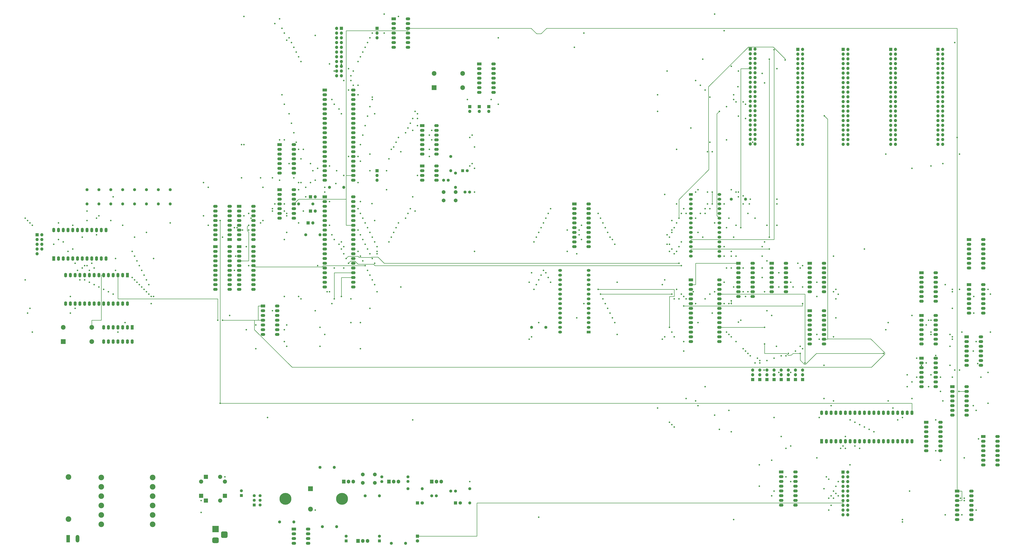
<source format=gbr>
%TF.GenerationSoftware,KiCad,Pcbnew,(5.1.10)-1*%
%TF.CreationDate,2022-04-25T14:42:15+01:00*%
%TF.ProjectId,Motherboard,4d6f7468-6572-4626-9f61-72642e6b6963,2.2*%
%TF.SameCoordinates,Original*%
%TF.FileFunction,Copper,L4,Inr*%
%TF.FilePolarity,Positive*%
%FSLAX46Y46*%
G04 Gerber Fmt 4.6, Leading zero omitted, Abs format (unit mm)*
G04 Created by KiCad (PCBNEW (5.1.10)-1) date 2022-04-25 14:42:15*
%MOMM*%
%LPD*%
G01*
G04 APERTURE LIST*
%TA.AperFunction,ComponentPad*%
%ADD10O,2.400000X1.600000*%
%TD*%
%TA.AperFunction,ComponentPad*%
%ADD11R,2.400000X1.600000*%
%TD*%
%TA.AperFunction,ComponentPad*%
%ADD12C,3.000000*%
%TD*%
%TA.AperFunction,ComponentPad*%
%ADD13C,1.600000*%
%TD*%
%TA.AperFunction,ComponentPad*%
%ADD14R,1.600000X1.600000*%
%TD*%
%TA.AperFunction,ComponentPad*%
%ADD15O,1.700000X1.700000*%
%TD*%
%TA.AperFunction,ComponentPad*%
%ADD16R,1.700000X1.700000*%
%TD*%
%TA.AperFunction,ComponentPad*%
%ADD17O,1.600000X2.400000*%
%TD*%
%TA.AperFunction,ComponentPad*%
%ADD18R,1.600000X2.400000*%
%TD*%
%TA.AperFunction,ComponentPad*%
%ADD19O,1.600000X1.600000*%
%TD*%
%TA.AperFunction,ComponentPad*%
%ADD20O,2.000000X1.440000*%
%TD*%
%TA.AperFunction,ComponentPad*%
%ADD21R,2.000000X1.440000*%
%TD*%
%TA.AperFunction,ComponentPad*%
%ADD22O,1.905000X2.000000*%
%TD*%
%TA.AperFunction,ComponentPad*%
%ADD23R,1.905000X2.000000*%
%TD*%
%TA.AperFunction,ComponentPad*%
%ADD24C,2.500000*%
%TD*%
%TA.AperFunction,ComponentPad*%
%ADD25R,2.500000X2.500000*%
%TD*%
%TA.AperFunction,ComponentPad*%
%ADD26C,2.000000*%
%TD*%
%TA.AperFunction,ComponentPad*%
%ADD27C,6.350000*%
%TD*%
%TA.AperFunction,ComponentPad*%
%ADD28C,2.600000*%
%TD*%
%TA.AperFunction,ComponentPad*%
%ADD29R,2.600000X2.600000*%
%TD*%
%TA.AperFunction,ComponentPad*%
%ADD30O,1.980000X3.960000*%
%TD*%
%TA.AperFunction,ComponentPad*%
%ADD31R,1.980000X3.960000*%
%TD*%
%TA.AperFunction,ComponentPad*%
%ADD32R,3.500000X3.500000*%
%TD*%
%TA.AperFunction,ComponentPad*%
%ADD33C,1.800000*%
%TD*%
%TA.AperFunction,ComponentPad*%
%ADD34R,1.800000X1.800000*%
%TD*%
%TA.AperFunction,ComponentPad*%
%ADD35O,2.200000X2.200000*%
%TD*%
%TA.AperFunction,ComponentPad*%
%ADD36R,2.200000X2.200000*%
%TD*%
%TA.AperFunction,ViaPad*%
%ADD37C,0.800000*%
%TD*%
%TA.AperFunction,Conductor*%
%ADD38C,0.250000*%
%TD*%
G04 APERTURE END LIST*
D10*
%TO.N,VCC*%
%TO.C,U20*%
X441960000Y-275564600D03*
%TO.N,GND*%
X434340000Y-293344600D03*
%TO.N,Net-(U20-Pad15)*%
X441960000Y-278104600D03*
%TO.N,SEL7\u005C*%
X434340000Y-290804600D03*
%TO.N,SEL1\u005C*%
X441960000Y-280644600D03*
%TO.N,65SIB_CS*%
X434340000Y-288264600D03*
%TO.N,SEL2\u005C*%
X441960000Y-283184600D03*
%TO.N,DEV_CS\u005C*%
X434340000Y-285724600D03*
%TO.N,SEL3\u005C*%
X441960000Y-285724600D03*
%TO.N,Net-(U20-Pad4)*%
X434340000Y-283184600D03*
%TO.N,SEL4\u005C*%
X441960000Y-288264600D03*
%TO.N,Net-(U20-Pad3)*%
X434340000Y-280644600D03*
%TO.N,SEL5\u005C*%
X441960000Y-290804600D03*
%TO.N,Net-(U20-Pad2)*%
X434340000Y-278104600D03*
%TO.N,SEL6\u005C*%
X441960000Y-293344600D03*
D11*
%TO.N,Net-(U20-Pad1)*%
X434340000Y-275564600D03*
%TD*%
D12*
%TO.N,Net-(F1-Pad2)*%
%TO.C,F1*%
X53619400Y-300757000D03*
%TO.N,Net-(F1-Pad1)*%
X53619400Y-278257000D03*
%TD*%
D13*
%TO.N,Net-(CP1-Pad1)*%
%TO.C,SW1*%
X156031800Y-288217600D03*
%TO.N,FUSE_IN*%
X156031800Y-290717600D03*
%TO.N,Net-(J1-Pad1)*%
X156031800Y-293217600D03*
%TO.N,Net-(CP1-Pad2)*%
X152831800Y-288217600D03*
%TO.N,GND*%
X152831800Y-290717600D03*
D14*
%TO.N,Net-(J1-Pad2)*%
X152831800Y-293217600D03*
%TD*%
D10*
%TO.N,VCC*%
%TO.C,U15*%
X535940000Y-285750000D03*
%TO.N,GND*%
X528320000Y-300990000D03*
%TO.N,A11*%
X535940000Y-288290000D03*
%TO.N,Net-(U15-Pad6)*%
X528320000Y-298450000D03*
%TO.N,Net-(U15-Pad12)*%
X535940000Y-290830000D03*
%TO.N,A6*%
X528320000Y-295910000D03*
%TO.N,A8*%
X535940000Y-293370000D03*
%TO.N,Net-(U15-Pad4)*%
X528320000Y-293370000D03*
%TO.N,Net-(U15-Pad10)*%
X535940000Y-295910000D03*
%TO.N,RW*%
X528320000Y-290830000D03*
%TO.N,A15*%
X535940000Y-298450000D03*
%TO.N,Net-(U15-Pad2)*%
X528320000Y-288290000D03*
%TO.N,Net-(U15-Pad8)*%
X535940000Y-300990000D03*
D11*
%TO.N,RW*%
X528320000Y-285750000D03*
%TD*%
D15*
%TO.N,+12v*%
%TO.C,J9*%
X520648800Y-100228400D03*
%TO.N,Sync*%
X518108800Y-100228400D03*
%TO.N,-12v*%
X520648800Y-97688400D03*
%TO.N,RDY*%
X518108800Y-97688400D03*
%TO.N,IRQ7\u005C*%
X520648800Y-95148400D03*
%TO.N,RW*%
X518108800Y-95148400D03*
%TO.N,IRQ6\u005C*%
X520648800Y-92608400D03*
%TO.N,A15*%
X518108800Y-92608400D03*
%TO.N,IRQ5\u005C*%
X520648800Y-90068400D03*
%TO.N,A14*%
X518108800Y-90068400D03*
%TO.N,IRQ4\u005C*%
X520648800Y-87528400D03*
%TO.N,A13*%
X518108800Y-87528400D03*
%TO.N,IRQ3\u005C*%
X520648800Y-84988400D03*
%TO.N,A12*%
X518108800Y-84988400D03*
%TO.N,DEV_CS\u005C*%
X520648800Y-82448400D03*
%TO.N,A11*%
X518108800Y-82448400D03*
%TO.N,Page_En*%
X520648800Y-79908400D03*
%TO.N,A10*%
X518108800Y-79908400D03*
%TO.N,PHI2*%
X520648800Y-77368400D03*
%TO.N,A9*%
X518108800Y-77368400D03*
%TO.N,PHI1*%
X520648800Y-74828400D03*
%TO.N,A8*%
X518108800Y-74828400D03*
%TO.N,CLK*%
X520648800Y-72288400D03*
%TO.N,A7*%
X518108800Y-72288400D03*
%TO.N,Reset\u005C*%
X520648800Y-69748400D03*
%TO.N,A6*%
X518108800Y-69748400D03*
%TO.N,D7*%
X520648800Y-67208400D03*
%TO.N,A5*%
X518108800Y-67208400D03*
%TO.N,D6*%
X520648800Y-64668400D03*
%TO.N,A4*%
X518108800Y-64668400D03*
%TO.N,D5*%
X520648800Y-62128400D03*
%TO.N,A3*%
X518108800Y-62128400D03*
%TO.N,D4*%
X520648800Y-59588400D03*
%TO.N,A2*%
X518108800Y-59588400D03*
%TO.N,D3*%
X520648800Y-57048400D03*
%TO.N,A1*%
X518108800Y-57048400D03*
%TO.N,D2*%
X520648800Y-54508400D03*
%TO.N,A0*%
X518108800Y-54508400D03*
%TO.N,D1*%
X520648800Y-51968400D03*
%TO.N,GND*%
X518108800Y-51968400D03*
%TO.N,D0*%
X520648800Y-49428400D03*
D16*
%TO.N,VCC*%
X518108800Y-49428400D03*
%TD*%
D15*
%TO.N,+12v*%
%TO.C,J8*%
X495414000Y-100228400D03*
%TO.N,Sync*%
X492874000Y-100228400D03*
%TO.N,-12v*%
X495414000Y-97688400D03*
%TO.N,RDY*%
X492874000Y-97688400D03*
%TO.N,IRQ7\u005C*%
X495414000Y-95148400D03*
%TO.N,RW*%
X492874000Y-95148400D03*
%TO.N,IRQ6\u005C*%
X495414000Y-92608400D03*
%TO.N,A15*%
X492874000Y-92608400D03*
%TO.N,IRQ5\u005C*%
X495414000Y-90068400D03*
%TO.N,A14*%
X492874000Y-90068400D03*
%TO.N,IRQ4\u005C*%
X495414000Y-87528400D03*
%TO.N,A13*%
X492874000Y-87528400D03*
%TO.N,IRQ3\u005C*%
X495414000Y-84988400D03*
%TO.N,A12*%
X492874000Y-84988400D03*
%TO.N,DEV_CS\u005C*%
X495414000Y-82448400D03*
%TO.N,A11*%
X492874000Y-82448400D03*
%TO.N,Page_En*%
X495414000Y-79908400D03*
%TO.N,A10*%
X492874000Y-79908400D03*
%TO.N,PHI2*%
X495414000Y-77368400D03*
%TO.N,A9*%
X492874000Y-77368400D03*
%TO.N,PHI1*%
X495414000Y-74828400D03*
%TO.N,A8*%
X492874000Y-74828400D03*
%TO.N,CLK*%
X495414000Y-72288400D03*
%TO.N,A7*%
X492874000Y-72288400D03*
%TO.N,Reset\u005C*%
X495414000Y-69748400D03*
%TO.N,A6*%
X492874000Y-69748400D03*
%TO.N,D7*%
X495414000Y-67208400D03*
%TO.N,A5*%
X492874000Y-67208400D03*
%TO.N,D6*%
X495414000Y-64668400D03*
%TO.N,A4*%
X492874000Y-64668400D03*
%TO.N,D5*%
X495414000Y-62128400D03*
%TO.N,A3*%
X492874000Y-62128400D03*
%TO.N,D4*%
X495414000Y-59588400D03*
%TO.N,A2*%
X492874000Y-59588400D03*
%TO.N,D3*%
X495414000Y-57048400D03*
%TO.N,A1*%
X492874000Y-57048400D03*
%TO.N,D2*%
X495414000Y-54508400D03*
%TO.N,A0*%
X492874000Y-54508400D03*
%TO.N,D1*%
X495414000Y-51968400D03*
%TO.N,GND*%
X492874000Y-51968400D03*
%TO.N,D0*%
X495414000Y-49428400D03*
D16*
%TO.N,VCC*%
X492874000Y-49428400D03*
%TD*%
D15*
%TO.N,+12v*%
%TO.C,J7*%
X470026800Y-100177600D03*
%TO.N,Sync*%
X467486800Y-100177600D03*
%TO.N,-12v*%
X470026800Y-97637600D03*
%TO.N,RDY*%
X467486800Y-97637600D03*
%TO.N,IRQ7\u005C*%
X470026800Y-95097600D03*
%TO.N,RW*%
X467486800Y-95097600D03*
%TO.N,IRQ6\u005C*%
X470026800Y-92557600D03*
%TO.N,A15*%
X467486800Y-92557600D03*
%TO.N,IRQ5\u005C*%
X470026800Y-90017600D03*
%TO.N,A14*%
X467486800Y-90017600D03*
%TO.N,IRQ4\u005C*%
X470026800Y-87477600D03*
%TO.N,A13*%
X467486800Y-87477600D03*
%TO.N,IRQ3\u005C*%
X470026800Y-84937600D03*
%TO.N,A12*%
X467486800Y-84937600D03*
%TO.N,DEV_CS\u005C*%
X470026800Y-82397600D03*
%TO.N,A11*%
X467486800Y-82397600D03*
%TO.N,Page_En*%
X470026800Y-79857600D03*
%TO.N,A10*%
X467486800Y-79857600D03*
%TO.N,PHI2*%
X470026800Y-77317600D03*
%TO.N,A9*%
X467486800Y-77317600D03*
%TO.N,PHI1*%
X470026800Y-74777600D03*
%TO.N,A8*%
X467486800Y-74777600D03*
%TO.N,CLK*%
X470026800Y-72237600D03*
%TO.N,A7*%
X467486800Y-72237600D03*
%TO.N,Reset\u005C*%
X470026800Y-69697600D03*
%TO.N,A6*%
X467486800Y-69697600D03*
%TO.N,D7*%
X470026800Y-67157600D03*
%TO.N,A5*%
X467486800Y-67157600D03*
%TO.N,D6*%
X470026800Y-64617600D03*
%TO.N,A4*%
X467486800Y-64617600D03*
%TO.N,D5*%
X470026800Y-62077600D03*
%TO.N,A3*%
X467486800Y-62077600D03*
%TO.N,D4*%
X470026800Y-59537600D03*
%TO.N,A2*%
X467486800Y-59537600D03*
%TO.N,D3*%
X470026800Y-56997600D03*
%TO.N,A1*%
X467486800Y-56997600D03*
%TO.N,D2*%
X470026800Y-54457600D03*
%TO.N,A0*%
X467486800Y-54457600D03*
%TO.N,D1*%
X470026800Y-51917600D03*
%TO.N,GND*%
X467486800Y-51917600D03*
%TO.N,D0*%
X470026800Y-49377600D03*
D16*
%TO.N,VCC*%
X467486800Y-49377600D03*
%TD*%
D15*
%TO.N,+12v*%
%TO.C,J6*%
X445808000Y-100177600D03*
%TO.N,Sync*%
X443268000Y-100177600D03*
%TO.N,-12v*%
X445808000Y-97637600D03*
%TO.N,RDY*%
X443268000Y-97637600D03*
%TO.N,IRQ7\u005C*%
X445808000Y-95097600D03*
%TO.N,RW*%
X443268000Y-95097600D03*
%TO.N,IRQ6\u005C*%
X445808000Y-92557600D03*
%TO.N,A15*%
X443268000Y-92557600D03*
%TO.N,IRQ5\u005C*%
X445808000Y-90017600D03*
%TO.N,A14*%
X443268000Y-90017600D03*
%TO.N,IRQ4\u005C*%
X445808000Y-87477600D03*
%TO.N,A13*%
X443268000Y-87477600D03*
%TO.N,IRQ3\u005C*%
X445808000Y-84937600D03*
%TO.N,A12*%
X443268000Y-84937600D03*
%TO.N,DEV_CS\u005C*%
X445808000Y-82397600D03*
%TO.N,A11*%
X443268000Y-82397600D03*
%TO.N,Page_En*%
X445808000Y-79857600D03*
%TO.N,A10*%
X443268000Y-79857600D03*
%TO.N,PHI2*%
X445808000Y-77317600D03*
%TO.N,A9*%
X443268000Y-77317600D03*
%TO.N,PHI1*%
X445808000Y-74777600D03*
%TO.N,A8*%
X443268000Y-74777600D03*
%TO.N,CLK*%
X445808000Y-72237600D03*
%TO.N,A7*%
X443268000Y-72237600D03*
%TO.N,Reset\u005C*%
X445808000Y-69697600D03*
%TO.N,A6*%
X443268000Y-69697600D03*
%TO.N,D7*%
X445808000Y-67157600D03*
%TO.N,A5*%
X443268000Y-67157600D03*
%TO.N,D6*%
X445808000Y-64617600D03*
%TO.N,A4*%
X443268000Y-64617600D03*
%TO.N,D5*%
X445808000Y-62077600D03*
%TO.N,A3*%
X443268000Y-62077600D03*
%TO.N,D4*%
X445808000Y-59537600D03*
%TO.N,A2*%
X443268000Y-59537600D03*
%TO.N,D3*%
X445808000Y-56997600D03*
%TO.N,A1*%
X443268000Y-56997600D03*
%TO.N,D2*%
X445808000Y-54457600D03*
%TO.N,A0*%
X443268000Y-54457600D03*
%TO.N,D1*%
X445808000Y-51917600D03*
%TO.N,GND*%
X443268000Y-51917600D03*
%TO.N,D0*%
X445808000Y-49377600D03*
D16*
%TO.N,VCC*%
X443268000Y-49377600D03*
%TD*%
D15*
%TO.N,+12v*%
%TO.C,J5*%
X420420800Y-100025200D03*
%TO.N,Sync*%
X417880800Y-100025200D03*
%TO.N,-12v*%
X420420800Y-97485200D03*
%TO.N,RDY*%
X417880800Y-97485200D03*
%TO.N,IRQ7\u005C*%
X420420800Y-94945200D03*
%TO.N,RW*%
X417880800Y-94945200D03*
%TO.N,IRQ6\u005C*%
X420420800Y-92405200D03*
%TO.N,A15*%
X417880800Y-92405200D03*
%TO.N,IRQ5\u005C*%
X420420800Y-89865200D03*
%TO.N,A14*%
X417880800Y-89865200D03*
%TO.N,IRQ4\u005C*%
X420420800Y-87325200D03*
%TO.N,A13*%
X417880800Y-87325200D03*
%TO.N,IRQ3\u005C*%
X420420800Y-84785200D03*
%TO.N,A12*%
X417880800Y-84785200D03*
%TO.N,DEV_CS\u005C*%
X420420800Y-82245200D03*
%TO.N,A11*%
X417880800Y-82245200D03*
%TO.N,Page_En*%
X420420800Y-79705200D03*
%TO.N,A10*%
X417880800Y-79705200D03*
%TO.N,PHI2*%
X420420800Y-77165200D03*
%TO.N,A9*%
X417880800Y-77165200D03*
%TO.N,PHI1*%
X420420800Y-74625200D03*
%TO.N,A8*%
X417880800Y-74625200D03*
%TO.N,CLK*%
X420420800Y-72085200D03*
%TO.N,A7*%
X417880800Y-72085200D03*
%TO.N,Reset\u005C*%
X420420800Y-69545200D03*
%TO.N,A6*%
X417880800Y-69545200D03*
%TO.N,D7*%
X420420800Y-67005200D03*
%TO.N,A5*%
X417880800Y-67005200D03*
%TO.N,D6*%
X420420800Y-64465200D03*
%TO.N,A4*%
X417880800Y-64465200D03*
%TO.N,D5*%
X420420800Y-61925200D03*
%TO.N,A3*%
X417880800Y-61925200D03*
%TO.N,D4*%
X420420800Y-59385200D03*
%TO.N,A2*%
X417880800Y-59385200D03*
%TO.N,D3*%
X420420800Y-56845200D03*
%TO.N,A1*%
X417880800Y-56845200D03*
%TO.N,D2*%
X420420800Y-54305200D03*
%TO.N,A0*%
X417880800Y-54305200D03*
%TO.N,D1*%
X420420800Y-51765200D03*
%TO.N,GND*%
X417880800Y-51765200D03*
%TO.N,D0*%
X420420800Y-49225200D03*
D16*
%TO.N,VCC*%
X417880800Y-49225200D03*
%TD*%
D10*
%TO.N,CA1*%
%TO.C,U33*%
X205740000Y-71120000D03*
%TO.N,VCC*%
X190500000Y-119380000D03*
%TO.N,CA2*%
X205740000Y-73660000D03*
%TO.N,CB2*%
X190500000Y-116840000D03*
%TO.N,A0*%
X205740000Y-76200000D03*
%TO.N,CB1*%
X190500000Y-114300000D03*
%TO.N,A1*%
X205740000Y-78740000D03*
%TO.N,GPIO15*%
X190500000Y-111760000D03*
%TO.N,A2*%
X205740000Y-81280000D03*
%TO.N,GPIO14*%
X190500000Y-109220000D03*
%TO.N,A3*%
X205740000Y-83820000D03*
%TO.N,GPIO13*%
X190500000Y-106680000D03*
%TO.N,RESET\u005C*%
X205740000Y-86360000D03*
%TO.N,GPIO12*%
X190500000Y-104140000D03*
%TO.N,D0*%
X205740000Y-88900000D03*
%TO.N,GPIO11*%
X190500000Y-101600000D03*
%TO.N,D1*%
X205740000Y-91440000D03*
%TO.N,GPIO10*%
X190500000Y-99060000D03*
%TO.N,D2*%
X205740000Y-93980000D03*
%TO.N,GPIO9*%
X190500000Y-96520000D03*
%TO.N,D3*%
X205740000Y-96520000D03*
%TO.N,GPIO8*%
X190500000Y-93980000D03*
%TO.N,D4*%
X205740000Y-99060000D03*
%TO.N,GPIO7*%
X190500000Y-91440000D03*
%TO.N,D5*%
X205740000Y-101600000D03*
%TO.N,GPIO6*%
X190500000Y-88900000D03*
%TO.N,D6*%
X205740000Y-104140000D03*
%TO.N,GPIO5*%
X190500000Y-86360000D03*
%TO.N,D7*%
X205740000Y-106680000D03*
%TO.N,GPIO4*%
X190500000Y-83820000D03*
%TO.N,PHI2*%
X205740000Y-109220000D03*
%TO.N,GPIO3*%
X190500000Y-81280000D03*
%TO.N,CS_GPIO*%
X205740000Y-111760000D03*
%TO.N,GPIO2*%
X190500000Y-78740000D03*
%TO.N,DEV_CS\u005C*%
X205740000Y-114300000D03*
%TO.N,GPIO1*%
X190500000Y-76200000D03*
%TO.N,RW*%
X205740000Y-116840000D03*
%TO.N,GPIO0*%
X190500000Y-73660000D03*
%TO.N,IRQ_DECIDE\u005C*%
X205740000Y-119380000D03*
D11*
%TO.N,GND*%
X190500000Y-71120000D03*
%TD*%
D10*
%TO.N,RESET\u005C*%
%TO.C,U21*%
X205740000Y-128270000D03*
%TO.N,A11*%
X190500000Y-176530000D03*
%TO.N,PHI2*%
X205740000Y-130810000D03*
%TO.N,A10*%
X190500000Y-173990000D03*
%TO.N,VCC*%
X205740000Y-133350000D03*
%TO.N,A9*%
X190500000Y-171450000D03*
%TO.N,CLK*%
X205740000Y-135890000D03*
%TO.N,A8*%
X190500000Y-168910000D03*
%TO.N,Net-(U21-Pad36)*%
X205740000Y-138430000D03*
%TO.N,A7*%
X190500000Y-166370000D03*
%TO.N,Net-(U21-Pad35)*%
X205740000Y-140970000D03*
%TO.N,A6*%
X190500000Y-163830000D03*
%TO.N,RW*%
X205740000Y-143510000D03*
%TO.N,A5*%
X190500000Y-161290000D03*
%TO.N,D0*%
X205740000Y-146050000D03*
%TO.N,A4*%
X190500000Y-158750000D03*
%TO.N,D1*%
X205740000Y-148590000D03*
%TO.N,A3*%
X190500000Y-156210000D03*
%TO.N,D2*%
X205740000Y-151130000D03*
%TO.N,A2*%
X190500000Y-153670000D03*
%TO.N,D3*%
X205740000Y-153670000D03*
%TO.N,A1*%
X190500000Y-151130000D03*
%TO.N,D4*%
X205740000Y-156210000D03*
%TO.N,A0*%
X190500000Y-148590000D03*
%TO.N,D5*%
X205740000Y-158750000D03*
%TO.N,VCC*%
X190500000Y-146050000D03*
%TO.N,D6*%
X205740000Y-161290000D03*
%TO.N,SYNC*%
X190500000Y-143510000D03*
%TO.N,D7*%
X205740000Y-163830000D03*
%TO.N,Net-(JP9-Pad2)*%
X190500000Y-140970000D03*
%TO.N,A15*%
X205740000Y-166370000D03*
%TO.N,Net-(U21-Pad5)*%
X190500000Y-138430000D03*
%TO.N,A14*%
X205740000Y-168910000D03*
%TO.N,Net-(JP10-Pad2)*%
X190500000Y-135890000D03*
%TO.N,A13*%
X205740000Y-171450000D03*
%TO.N,PHI1*%
X190500000Y-133350000D03*
%TO.N,A12*%
X205740000Y-173990000D03*
%TO.N,RDY*%
X190500000Y-130810000D03*
%TO.N,GND*%
X205740000Y-176530000D03*
D11*
%TO.N,Net-(JP11-Pad2)*%
X190500000Y-128270000D03*
%TD*%
D10*
%TO.N,VCC*%
%TO.C,U9*%
X401320000Y-172720000D03*
%TO.N,GND*%
X386080000Y-205740000D03*
%TO.N,RAM_WE\u005C*%
X401320000Y-175260000D03*
%TO.N,D2*%
X386080000Y-203200000D03*
%TO.N,A13*%
X401320000Y-177800000D03*
%TO.N,D1*%
X386080000Y-200660000D03*
%TO.N,A8*%
X401320000Y-180340000D03*
%TO.N,D0*%
X386080000Y-198120000D03*
%TO.N,A9*%
X401320000Y-182880000D03*
%TO.N,A0*%
X386080000Y-195580000D03*
%TO.N,A11*%
X401320000Y-185420000D03*
%TO.N,A1*%
X386080000Y-193040000D03*
%TO.N,RAM_OE\u005C*%
X401320000Y-187960000D03*
%TO.N,A2*%
X386080000Y-190500000D03*
%TO.N,A10*%
X401320000Y-190500000D03*
%TO.N,A3*%
X386080000Y-187960000D03*
%TO.N,Net-(U3-Pad3)*%
X401320000Y-193040000D03*
%TO.N,A4*%
X386080000Y-185420000D03*
%TO.N,D7*%
X401320000Y-195580000D03*
%TO.N,A5*%
X386080000Y-182880000D03*
%TO.N,D6*%
X401320000Y-198120000D03*
%TO.N,A6*%
X386080000Y-180340000D03*
%TO.N,D5*%
X401320000Y-200660000D03*
%TO.N,A7*%
X386080000Y-177800000D03*
%TO.N,D4*%
X401320000Y-203200000D03*
%TO.N,A12*%
X386080000Y-175260000D03*
%TO.N,D3*%
X401320000Y-205740000D03*
D11*
%TO.N,A14*%
X386080000Y-172720000D03*
%TD*%
D17*
%TO.N,65SIB_IRQ\u005C*%
%TO.C,U27*%
X455930000Y-243840000D03*
%TO.N,VCC*%
X504190000Y-259080000D03*
%TO.N,Net-(U27-Pad39)*%
X458470000Y-243840000D03*
%TO.N,Net-(U27-Pad19)*%
X501650000Y-259080000D03*
%TO.N,A0*%
X461010000Y-243840000D03*
%TO.N,Net-(U27-Pad18)*%
X499110000Y-259080000D03*
%TO.N,A1*%
X463550000Y-243840000D03*
%TO.N,Net-(U27-Pad17)*%
X496570000Y-259080000D03*
%TO.N,A2*%
X466090000Y-243840000D03*
%TO.N,Net-(U27-Pad16)*%
X494030000Y-259080000D03*
%TO.N,A3*%
X468630000Y-243840000D03*
%TO.N,Net-(U27-Pad15)*%
X491490000Y-259080000D03*
%TO.N,RESET\u005C*%
X471170000Y-243840000D03*
%TO.N,Net-(U27-Pad14)*%
X488950000Y-259080000D03*
%TO.N,D0*%
X473710000Y-243840000D03*
%TO.N,Net-(U27-Pad13)*%
X486410000Y-259080000D03*
%TO.N,D1*%
X476250000Y-243840000D03*
%TO.N,Net-(U27-Pad12)*%
X483870000Y-259080000D03*
%TO.N,D2*%
X478790000Y-243840000D03*
%TO.N,Net-(U27-Pad11)*%
X481330000Y-259080000D03*
%TO.N,D3*%
X481330000Y-243840000D03*
%TO.N,Net-(U27-Pad10)*%
X478790000Y-259080000D03*
%TO.N,D4*%
X483870000Y-243840000D03*
%TO.N,65SIB_MISO*%
X476250000Y-259080000D03*
%TO.N,D5*%
X486410000Y-243840000D03*
%TO.N,CONF\u005C*%
X473710000Y-259080000D03*
%TO.N,D6*%
X488950000Y-243840000D03*
%TO.N,Net-(U20-Pad4)*%
X471170000Y-259080000D03*
%TO.N,D7*%
X491490000Y-243840000D03*
%TO.N,Net-(U20-Pad1)*%
X468630000Y-259080000D03*
%TO.N,CLK*%
X494030000Y-243840000D03*
%TO.N,Net-(U20-Pad2)*%
X466090000Y-259080000D03*
%TO.N,65SIB_CS*%
X496570000Y-243840000D03*
%TO.N,Net-(U20-Pad3)*%
X463550000Y-259080000D03*
%TO.N,DEV_CS\u005C*%
X499110000Y-243840000D03*
%TO.N,65SIB_MOSI*%
X461010000Y-259080000D03*
%TO.N,RW*%
X501650000Y-243840000D03*
%TO.N,65SIB_CLK*%
X458470000Y-259080000D03*
%TO.N,IRQ2\u005C*%
X504190000Y-243840000D03*
D18*
%TO.N,GND*%
X455930000Y-259080000D03*
%TD*%
D15*
%TO.N,Net-(J3-Pad9)*%
%TO.C,J3*%
X36830000Y-158750000D03*
%TO.N,CTS_COM_PORT*%
X39370000Y-156210000D03*
%TO.N,RTS_COM_PORT*%
X36830000Y-156210000D03*
%TO.N,DSR_COM_PORT*%
X39370000Y-153670000D03*
%TO.N,GND*%
X36830000Y-153670000D03*
%TO.N,DTR_COM_PORT*%
X39370000Y-151130000D03*
%TO.N,Tx_COM_PORT*%
X36830000Y-151130000D03*
%TO.N,Rx_COM_PORT*%
X39370000Y-148590000D03*
D16*
%TO.N,DCD_COM_PORT*%
X36830000Y-148590000D03*
%TD*%
D19*
%TO.N,VCC*%
%TO.C,R22*%
X300990000Y-198120000D03*
D13*
%TO.N,Net-(R22-Pad1)*%
X308610000Y-198120000D03*
%TD*%
D10*
%TO.N,VCC*%
%TO.C,U16*%
X139700000Y-154940000D03*
%TO.N,GND*%
X132080000Y-177800000D03*
%TO.N,Net-(U16-Pad19)*%
X139700000Y-157480000D03*
%TO.N,D7*%
X132080000Y-175260000D03*
%TO.N,Net-(U16-Pad18)*%
X139700000Y-160020000D03*
%TO.N,D6*%
X132080000Y-172720000D03*
%TO.N,Net-(U16-Pad17)*%
X139700000Y-162560000D03*
%TO.N,D5*%
X132080000Y-170180000D03*
%TO.N,Net-(U16-Pad16)*%
X139700000Y-165100000D03*
%TO.N,D4*%
X132080000Y-167640000D03*
%TO.N,Net-(U16-Pad15)*%
X139700000Y-167640000D03*
%TO.N,D3*%
X132080000Y-165100000D03*
%TO.N,Net-(U16-Pad14)*%
X139700000Y-170180000D03*
%TO.N,D2*%
X132080000Y-162560000D03*
%TO.N,Net-(U16-Pad13)*%
X139700000Y-172720000D03*
%TO.N,D1*%
X132080000Y-160020000D03*
%TO.N,Net-(U16-Pad12)*%
X139700000Y-175260000D03*
%TO.N,D0*%
X132080000Y-157480000D03*
%TO.N,CS_WR*%
X139700000Y-177800000D03*
D11*
%TO.N,GND*%
X132080000Y-154940000D03*
%TD*%
D13*
%TO.N,GND*%
%TO.C,C1*%
X220980000Y-278170000D03*
%TO.N,FUSE_OUT*%
X220980000Y-280670000D03*
%TD*%
D15*
%TO.N,GND*%
%TO.C,J4*%
X196850000Y-63500000D03*
%TO.N,CB2*%
X199390000Y-63500000D03*
%TO.N,CB1*%
X196850000Y-60960000D03*
%TO.N,CA2*%
X199390000Y-60960000D03*
%TO.N,CA1*%
X196850000Y-58420000D03*
%TO.N,GPIO15*%
X199390000Y-58420000D03*
%TO.N,GPIO14*%
X196850000Y-55880000D03*
%TO.N,GPIO13*%
X199390000Y-55880000D03*
%TO.N,GPIO12*%
X196850000Y-53340000D03*
%TO.N,GPIO11*%
X199390000Y-53340000D03*
%TO.N,GPIO10*%
X196850000Y-50800000D03*
%TO.N,GPIO9*%
X199390000Y-50800000D03*
%TO.N,GPIO8*%
X196850000Y-48260000D03*
%TO.N,GPIO7*%
X199390000Y-48260000D03*
%TO.N,GPIO6*%
X196850000Y-45720000D03*
%TO.N,GPIO5*%
X199390000Y-45720000D03*
%TO.N,GPIO4*%
X196850000Y-43180000D03*
%TO.N,GPIO3*%
X199390000Y-43180000D03*
%TO.N,GPIO2*%
X196850000Y-40640000D03*
%TO.N,GPIO1*%
X199390000Y-40640000D03*
%TO.N,GPIO0*%
X196850000Y-38100000D03*
D16*
%TO.N,VCC*%
X199390000Y-38100000D03*
%TD*%
D17*
%TO.N,N/C*%
%TO.C,U32*%
X87630000Y-205740000D03*
X72390000Y-198120000D03*
X85090000Y-205740000D03*
X74930000Y-198120000D03*
X82550000Y-205740000D03*
X77470000Y-198120000D03*
X80010000Y-205740000D03*
%TO.N,Net-(U29-Pad20)*%
X80010000Y-198120000D03*
%TO.N,N/C*%
X77470000Y-205740000D03*
%TO.N,CS0_COM*%
X82550000Y-198120000D03*
%TO.N,N/C*%
X74930000Y-205740000D03*
X85090000Y-198120000D03*
X72390000Y-205740000D03*
D18*
X87630000Y-198120000D03*
%TD*%
D20*
%TO.N,D3*%
%TO.C,U19*%
X316230000Y-167640000D03*
%TO.N,GND*%
X331470000Y-167640000D03*
%TO.N,D4*%
X316230000Y-170180000D03*
%TO.N,D2*%
X331470000Y-170180000D03*
%TO.N,D5*%
X316230000Y-172720000D03*
%TO.N,D1*%
X331470000Y-172720000D03*
%TO.N,D6*%
X316230000Y-175260000D03*
%TO.N,D0*%
X331470000Y-175260000D03*
%TO.N,D7*%
X316230000Y-177800000D03*
%TO.N,D0*%
X331470000Y-177800000D03*
%TO.N,GND*%
X316230000Y-180340000D03*
%TO.N,D1*%
X331470000Y-180340000D03*
%TO.N,GND*%
X316230000Y-182880000D03*
%TO.N,D2*%
X331470000Y-182880000D03*
%TO.N,VID_OE*%
X316230000Y-185420000D03*
%TO.N,D3*%
X331470000Y-185420000D03*
%TO.N,GND*%
X316230000Y-187960000D03*
%TO.N,D4*%
X331470000Y-187960000D03*
%TO.N,GND*%
X316230000Y-190500000D03*
%TO.N,D5*%
X331470000Y-190500000D03*
%TO.N,SYNC*%
X316230000Y-193040000D03*
%TO.N,D6*%
X331470000Y-193040000D03*
%TO.N,GND*%
X316230000Y-195580000D03*
%TO.N,D7*%
X331470000Y-195580000D03*
%TO.N,Net-(R22-Pad1)*%
X316230000Y-198120000D03*
%TO.N,GND*%
X331470000Y-198120000D03*
%TO.N,VCC*%
X316230000Y-200660000D03*
D21*
%TO.N,GND*%
X331470000Y-200660000D03*
%TD*%
D20*
%TO.N,D3*%
%TO.C,U11*%
X401320000Y-160020000D03*
%TO.N,GND*%
X386080000Y-160020000D03*
%TO.N,D4*%
X401320000Y-157480000D03*
%TO.N,D2*%
X386080000Y-157480000D03*
%TO.N,D5*%
X401320000Y-154940000D03*
%TO.N,D1*%
X386080000Y-154940000D03*
%TO.N,D6*%
X401320000Y-152400000D03*
%TO.N,D0*%
X386080000Y-152400000D03*
%TO.N,D7*%
X401320000Y-149860000D03*
%TO.N,A0*%
X386080000Y-149860000D03*
%TO.N,ROM_EN*%
X401320000Y-147320000D03*
%TO.N,A1*%
X386080000Y-147320000D03*
%TO.N,A10*%
X401320000Y-144780000D03*
%TO.N,A2*%
X386080000Y-144780000D03*
%TO.N,ROM_EN*%
X401320000Y-142240000D03*
%TO.N,A3*%
X386080000Y-142240000D03*
%TO.N,A11*%
X401320000Y-139700000D03*
%TO.N,A4*%
X386080000Y-139700000D03*
%TO.N,A9*%
X401320000Y-137160000D03*
%TO.N,A5*%
X386080000Y-137160000D03*
%TO.N,A8*%
X401320000Y-134620000D03*
%TO.N,A6*%
X386080000Y-134620000D03*
%TO.N,A13*%
X401320000Y-132080000D03*
%TO.N,A7*%
X386080000Y-132080000D03*
%TO.N,Net-(R16-Pad1)*%
X401320000Y-129540000D03*
%TO.N,A12*%
X386080000Y-129540000D03*
%TO.N,VCC*%
X401320000Y-127000000D03*
D21*
%TO.N,A14*%
X386080000Y-127000000D03*
%TD*%
D22*
%TO.N,-12v*%
%TO.C,U13*%
X213360000Y-312420000D03*
%TO.N,Net-(C5-Pad2)*%
X210820000Y-312420000D03*
D23*
%TO.N,GND*%
X208280000Y-312420000D03*
%TD*%
D24*
%TO.N,GND*%
%TO.C,X2*%
X66040000Y-205740000D03*
%TO.N,XTL1_COM*%
X66040000Y-198120000D03*
%TO.N,VCC*%
X50800000Y-198120000D03*
D25*
%TO.N,Net-(X2-Pad1)*%
X50800000Y-205740000D03*
%TD*%
D24*
%TO.N,GND*%
%TO.C,X1*%
X264160000Y-69850000D03*
%TO.N,CLK1*%
X264160000Y-62230000D03*
%TO.N,VCC*%
X248920000Y-62230000D03*
D25*
%TO.N,Net-(X1-Pad1)*%
X248920000Y-69850000D03*
%TD*%
D10*
%TO.N,VCC*%
%TO.C,U43*%
X542290000Y-151130000D03*
%TO.N,GND*%
X534670000Y-166370000D03*
%TO.N,N/C*%
X542290000Y-153670000D03*
X534670000Y-163830000D03*
X542290000Y-156210000D03*
X534670000Y-161290000D03*
X542290000Y-158750000D03*
X534670000Y-158750000D03*
X542290000Y-161290000D03*
X534670000Y-156210000D03*
X542290000Y-163830000D03*
%TO.N,Net-(U39-Pad10)*%
X534670000Y-153670000D03*
%TO.N,N/C*%
X542290000Y-166370000D03*
D11*
%TO.N,A3*%
X534670000Y-151130000D03*
%TD*%
D10*
%TO.N,VCC*%
%TO.C,U31*%
X549910000Y-256540000D03*
%TO.N,GND*%
X542290000Y-271780000D03*
%TO.N,N/C*%
X549910000Y-259080000D03*
X542290000Y-269240000D03*
X549910000Y-261620000D03*
X542290000Y-266700000D03*
X549910000Y-264160000D03*
X542290000Y-264160000D03*
X549910000Y-266700000D03*
X542290000Y-261620000D03*
X549910000Y-269240000D03*
%TO.N,Net-(U31-Pad2)*%
X542290000Y-259080000D03*
%TO.N,N/C*%
X549910000Y-271780000D03*
D11*
%TO.N,A11*%
X542290000Y-256540000D03*
%TD*%
D10*
%TO.N,VCC*%
%TO.C,U38*%
X541020000Y-203200000D03*
%TO.N,GND*%
X533400000Y-218440000D03*
%TO.N,N/C*%
X541020000Y-205740000D03*
X533400000Y-215900000D03*
X541020000Y-208280000D03*
X533400000Y-213360000D03*
X541020000Y-210820000D03*
%TO.N,Net-(U35-Pad10)*%
X533400000Y-210820000D03*
%TO.N,N/C*%
X541020000Y-213360000D03*
%TO.N,A5*%
X533400000Y-208280000D03*
%TO.N,A8*%
X541020000Y-215900000D03*
%TO.N,Net-(U35-Pad9)*%
X533400000Y-205740000D03*
%TO.N,Net-(U35-Pad1)*%
X541020000Y-218440000D03*
D11*
%TO.N,A4*%
X533400000Y-203200000D03*
%TD*%
D10*
%TO.N,VCC*%
%TO.C,U42*%
X516890000Y-168910000D03*
%TO.N,GND*%
X509270000Y-184150000D03*
%TO.N,N/C*%
X516890000Y-171450000D03*
X509270000Y-181610000D03*
X516890000Y-173990000D03*
X509270000Y-179070000D03*
X516890000Y-176530000D03*
X509270000Y-176530000D03*
%TO.N,Net-(U39-Pad6)*%
X516890000Y-179070000D03*
%TO.N,N/C*%
X509270000Y-173990000D03*
%TO.N,Net-(U39-Pad8)*%
X516890000Y-181610000D03*
%TO.N,N/C*%
X509270000Y-171450000D03*
%TO.N,CS0_COM*%
X516890000Y-184150000D03*
D11*
%TO.N,N/C*%
X509270000Y-168910000D03*
%TD*%
D10*
%TO.N,VCC*%
%TO.C,U36*%
X516890000Y-214630000D03*
%TO.N,GND*%
X509270000Y-229870000D03*
%TO.N,N/C*%
X516890000Y-217170000D03*
%TO.N,Net-(U35-Pad12)*%
X509270000Y-227330000D03*
%TO.N,N/C*%
X516890000Y-219710000D03*
%TO.N,A6*%
X509270000Y-224790000D03*
%TO.N,A9*%
X516890000Y-222250000D03*
%TO.N,Net-(U36-Pad4)*%
X509270000Y-222250000D03*
%TO.N,Net-(U35-Pad2)*%
X516890000Y-224790000D03*
%TO.N,A5*%
X509270000Y-219710000D03*
%TO.N,A9*%
X516890000Y-227330000D03*
%TO.N,Net-(U36-Pad2)*%
X509270000Y-217170000D03*
%TO.N,Net-(U36-Pad8)*%
X516890000Y-229870000D03*
D11*
%TO.N,A6*%
X509270000Y-214630000D03*
%TD*%
D10*
%TO.N,VCC*%
%TO.C,U39*%
X542290000Y-175260000D03*
%TO.N,GND*%
X534670000Y-190500000D03*
%TO.N,Net-(U36-Pad4)*%
X542290000Y-177800000D03*
%TO.N,Net-(U39-Pad6)*%
X534670000Y-187960000D03*
%TO.N,A4*%
X542290000Y-180340000D03*
%TO.N,Net-(U39-Pad5)*%
X534670000Y-185420000D03*
%TO.N,N/C*%
X542290000Y-182880000D03*
%TO.N,Net-(U15-Pad10)*%
X534670000Y-182880000D03*
%TO.N,Net-(U39-Pad10)*%
X542290000Y-185420000D03*
%TO.N,N/C*%
X534670000Y-180340000D03*
%TO.N,A2*%
X542290000Y-187960000D03*
%TO.N,Net-(U23-Pad8)*%
X534670000Y-177800000D03*
%TO.N,Net-(U39-Pad8)*%
X542290000Y-190500000D03*
D11*
%TO.N,Net-(U15-Pad6)*%
X534670000Y-175260000D03*
%TD*%
D10*
%TO.N,VCC*%
%TO.C,U35*%
X533400000Y-229870000D03*
%TO.N,GND*%
X525780000Y-245110000D03*
%TO.N,A7*%
X533400000Y-232410000D03*
%TO.N,Net-(U35-Pad6)*%
X525780000Y-242570000D03*
%TO.N,Net-(U35-Pad12)*%
X533400000Y-234950000D03*
%TO.N,Net-(U31-Pad2)*%
X525780000Y-240030000D03*
%TO.N,N/C*%
X533400000Y-237490000D03*
%TO.N,Net-(U23-Pad12)*%
X525780000Y-237490000D03*
%TO.N,Net-(U35-Pad10)*%
X533400000Y-240030000D03*
%TO.N,N/C*%
X525780000Y-234950000D03*
%TO.N,Net-(U35-Pad9)*%
X533400000Y-242570000D03*
%TO.N,Net-(U35-Pad2)*%
X525780000Y-232410000D03*
%TO.N,Net-(U35-Pad8)*%
X533400000Y-245110000D03*
D11*
%TO.N,Net-(U35-Pad1)*%
X525780000Y-229870000D03*
%TD*%
D10*
%TO.N,VCC*%
%TO.C,U37*%
X516890000Y-191770000D03*
%TO.N,GND*%
X509270000Y-207010000D03*
%TO.N,Net-(U23-Pad4)*%
X516890000Y-194310000D03*
%TO.N,Net-(U18-Pad10)*%
X509270000Y-204470000D03*
%TO.N,Net-(U36-Pad2)*%
X516890000Y-196850000D03*
%TO.N,Net-(U15-Pad12)*%
X509270000Y-201930000D03*
%TO.N,N/C*%
X516890000Y-199390000D03*
%TO.N,Net-(U23-Pad10)*%
X509270000Y-199390000D03*
%TO.N,A5*%
X516890000Y-201930000D03*
%TO.N,N/C*%
X509270000Y-196850000D03*
%TO.N,A4*%
X516890000Y-204470000D03*
%TO.N,Net-(U36-Pad8)*%
X509270000Y-194310000D03*
%TO.N,Net-(U18-Pad9)*%
X516890000Y-207010000D03*
D11*
%TO.N,Net-(U23-Pad6)*%
X509270000Y-191770000D03*
%TD*%
D10*
%TO.N,VCC*%
%TO.C,U40*%
X519430000Y-248920000D03*
%TO.N,GND*%
X511810000Y-264160000D03*
%TO.N,N/C*%
X519430000Y-251460000D03*
X511810000Y-261620000D03*
X519430000Y-254000000D03*
X511810000Y-259080000D03*
X519430000Y-256540000D03*
X511810000Y-256540000D03*
%TO.N,Net-(U35-Pad6)*%
X519430000Y-259080000D03*
%TO.N,N/C*%
X511810000Y-254000000D03*
%TO.N,Net-(U35-Pad8)*%
X519430000Y-261620000D03*
%TO.N,N/C*%
X511810000Y-251460000D03*
%TO.N,65SIB_CS*%
X519430000Y-264160000D03*
D11*
%TO.N,N/C*%
X511810000Y-248920000D03*
%TD*%
D17*
%TO.N,DSR_COM_PORT*%
%TO.C,U29*%
X45720000Y-146050000D03*
%TO.N,VCC*%
X73660000Y-161290000D03*
%TO.N,DSR_COM*%
X48260000Y-146050000D03*
%TO.N,GND*%
X71120000Y-161290000D03*
%TO.N,Net-(U29-Pad22)*%
X50800000Y-146050000D03*
%TO.N,Rx_COM_PORT*%
X68580000Y-161290000D03*
%TO.N,Net-(U29-Pad21)*%
X53340000Y-146050000D03*
%TO.N,Rx_COM*%
X66040000Y-161290000D03*
%TO.N,Net-(U29-Pad20)*%
X55880000Y-146050000D03*
%TO.N,Tx_COM*%
X63500000Y-161290000D03*
%TO.N,Net-(U29-Pad19)*%
X58420000Y-146050000D03*
%TO.N,RTS_COM*%
X60960000Y-161290000D03*
%TO.N,DCD_COM_PORT*%
X60960000Y-146050000D03*
%TO.N,CTS_COM*%
X58420000Y-161290000D03*
%TO.N,DCD_COM*%
X63500000Y-146050000D03*
%TO.N,CTS_COM_PORT*%
X55880000Y-161290000D03*
%TO.N,Net-(U29-Pad16)*%
X66040000Y-146050000D03*
%TO.N,RTS_COM_PORT*%
X53340000Y-161290000D03*
%TO.N,DTR_COM*%
X68580000Y-146050000D03*
%TO.N,Tx_COM_PORT*%
X50800000Y-161290000D03*
%TO.N,Net-(U29-Pad14)*%
X71120000Y-146050000D03*
%TO.N,DTR_COM_PORT*%
X48260000Y-161290000D03*
%TO.N,Net-(U29-Pad13)*%
X73660000Y-146050000D03*
D18*
%TO.N,Net-(U29-Pad1)*%
X45720000Y-161290000D03*
%TD*%
D10*
%TO.N,VCC*%
%TO.C,U28*%
X457200000Y-189230000D03*
%TO.N,GND*%
X449580000Y-207010000D03*
%TO.N,Net-(U28-Pad15)*%
X457200000Y-191770000D03*
%TO.N,Net-(U28-Pad7)*%
X449580000Y-204470000D03*
%TO.N,Net-(U28-Pad14)*%
X457200000Y-194310000D03*
%TO.N,A15*%
X449580000Y-201930000D03*
%TO.N,Net-(U28-Pad13)*%
X457200000Y-196850000D03*
%TO.N,GND*%
X449580000Y-199390000D03*
%TO.N,Net-(U28-Pad12)*%
X457200000Y-199390000D03*
%TO.N,GND*%
X449580000Y-196850000D03*
%TO.N,Net-(U28-Pad11)*%
X457200000Y-201930000D03*
%TO.N,A14*%
X449580000Y-194310000D03*
%TO.N,DEV_CS\u005C*%
X457200000Y-204470000D03*
%TO.N,A13*%
X449580000Y-191770000D03*
%TO.N,Net-(U28-Pad9)*%
X457200000Y-207010000D03*
D11*
%TO.N,A12*%
X449580000Y-189230000D03*
%TD*%
D10*
%TO.N,VCC*%
%TO.C,U26*%
X250190000Y-111760000D03*
X242570000Y-119380000D03*
%TO.N,Net-(CP2-Pad1)*%
X250190000Y-114300000D03*
%TO.N,Net-(U23-Pad1)*%
X242570000Y-116840000D03*
%TO.N,Net-(CP2-Pad1)*%
X250190000Y-116840000D03*
%TO.N,Net-(C7-Pad1)*%
X242570000Y-114300000D03*
%TO.N,Net-(C8-Pad1)*%
X250190000Y-119380000D03*
D11*
%TO.N,GND*%
X242570000Y-111760000D03*
%TD*%
D17*
%TO.N,RW*%
%TO.C,U25*%
X85090000Y-185420000D03*
%TO.N,A1*%
X52070000Y-170180000D03*
%TO.N,PHI2*%
X82550000Y-185420000D03*
%TO.N,A0*%
X54610000Y-170180000D03*
%TO.N,IRQ0\u005C*%
X80010000Y-185420000D03*
%TO.N,Rx_COM*%
X57150000Y-170180000D03*
%TO.N,D7*%
X77470000Y-185420000D03*
%TO.N,DTR_COM*%
X59690000Y-170180000D03*
%TO.N,D6*%
X74930000Y-185420000D03*
%TO.N,Tx_COM*%
X62230000Y-170180000D03*
%TO.N,D5*%
X72390000Y-185420000D03*
%TO.N,CTS_COM*%
X64770000Y-170180000D03*
%TO.N,D4*%
X69850000Y-185420000D03*
%TO.N,RTS_COM*%
X67310000Y-170180000D03*
%TO.N,D3*%
X67310000Y-185420000D03*
%TO.N,Net-(U25-Pad7)*%
X69850000Y-170180000D03*
%TO.N,D2*%
X64770000Y-185420000D03*
%TO.N,XTL1_COM*%
X72390000Y-170180000D03*
%TO.N,D1*%
X62230000Y-185420000D03*
%TO.N,N/C*%
X74930000Y-170180000D03*
%TO.N,D0*%
X59690000Y-185420000D03*
%TO.N,RESET\u005C*%
X77470000Y-170180000D03*
%TO.N,DSR_COM*%
X57150000Y-185420000D03*
%TO.N,DEV_CS\u005C*%
X80010000Y-170180000D03*
%TO.N,DCD_COM*%
X54610000Y-185420000D03*
%TO.N,CS0_COM*%
X82550000Y-170180000D03*
%TO.N,VCC*%
X52070000Y-185420000D03*
D18*
%TO.N,GND*%
X85090000Y-170180000D03*
%TD*%
D10*
%TO.N,VCC*%
%TO.C,U24*%
X280670000Y-57150000D03*
%TO.N,GND*%
X273050000Y-72390000D03*
%TO.N,VCC*%
X280670000Y-59690000D03*
%TO.N,Net-(U24-Pad11)*%
X273050000Y-69850000D03*
%TO.N,Net-(U24-Pad12)*%
X280670000Y-62230000D03*
%TO.N,CLK2*%
X273050000Y-67310000D03*
%TO.N,Net-(U24-Pad11)*%
X280670000Y-64770000D03*
%TO.N,VCC*%
X273050000Y-64770000D03*
X280670000Y-67310000D03*
%TO.N,CLK1*%
X273050000Y-62230000D03*
%TO.N,CLK4*%
X280670000Y-69850000D03*
%TO.N,Net-(U24-Pad11)*%
X273050000Y-59690000D03*
%TO.N,Net-(U24-Pad12)*%
X280670000Y-72390000D03*
D11*
%TO.N,VCC*%
X273050000Y-57150000D03*
%TD*%
D10*
%TO.N,VCC*%
%TO.C,U23*%
X250190000Y-90170000D03*
%TO.N,GND*%
X242570000Y-105410000D03*
%TO.N,A10*%
X250190000Y-92710000D03*
%TO.N,Net-(U23-Pad6)*%
X242570000Y-102870000D03*
%TO.N,Net-(U23-Pad12)*%
X250190000Y-95250000D03*
%TO.N,A8*%
X242570000Y-100330000D03*
%TO.N,A10*%
X250190000Y-97790000D03*
%TO.N,Net-(U23-Pad4)*%
X242570000Y-97790000D03*
%TO.N,Net-(U23-Pad10)*%
X250190000Y-100330000D03*
%TO.N,A7*%
X242570000Y-95250000D03*
X250190000Y-102870000D03*
%TO.N,RESET\u005C*%
X242570000Y-92710000D03*
%TO.N,Net-(U23-Pad8)*%
X250190000Y-105410000D03*
D11*
%TO.N,Net-(U23-Pad1)*%
X242570000Y-90170000D03*
%TD*%
D10*
%TO.N,VCC*%
%TO.C,U22*%
X419100000Y-163830000D03*
%TO.N,GND*%
X411480000Y-181610000D03*
%TO.N,CS0\u005C*%
X419100000Y-166370000D03*
%TO.N,CS7\u005C*%
X411480000Y-179070000D03*
%TO.N,CS1\u005C*%
X419100000Y-168910000D03*
%TO.N,Net-(U15-Pad8)*%
X411480000Y-176530000D03*
%TO.N,CS2\u005C*%
X419100000Y-171450000D03*
%TO.N,GND*%
X411480000Y-173990000D03*
%TO.N,CS3\u005C*%
X419100000Y-173990000D03*
%TO.N,GND*%
X411480000Y-171450000D03*
%TO.N,CS4\u005C*%
X419100000Y-176530000D03*
%TO.N,A14*%
X411480000Y-168910000D03*
%TO.N,CS5\u005C*%
X419100000Y-179070000D03*
%TO.N,A13*%
X411480000Y-166370000D03*
%TO.N,CS6\u005C*%
X419100000Y-181610000D03*
D11*
%TO.N,A12*%
X411480000Y-163830000D03*
%TD*%
D10*
%TO.N,VCC*%
%TO.C,U18*%
X165100000Y-186690000D03*
%TO.N,GND*%
X157480000Y-201930000D03*
%TO.N,N/C*%
X165100000Y-189230000D03*
%TO.N,CS_RD*%
X157480000Y-199390000D03*
%TO.N,N/C*%
X165100000Y-191770000D03*
%TO.N,Net-(U15-Pad4)*%
X157480000Y-196850000D03*
%TO.N,N/C*%
X165100000Y-194310000D03*
%TO.N,DEV_CS\u005C*%
X157480000Y-194310000D03*
%TO.N,Net-(U18-Pad10)*%
X165100000Y-196850000D03*
%TO.N,CS_WR*%
X157480000Y-191770000D03*
%TO.N,Net-(U18-Pad9)*%
X165100000Y-199390000D03*
%TO.N,RW*%
X157480000Y-189230000D03*
%TO.N,CS_GPIO*%
X165100000Y-201930000D03*
D11*
%TO.N,DEV_CS\u005C*%
X157480000Y-186690000D03*
%TD*%
D10*
%TO.N,VCC*%
%TO.C,U17*%
X152400000Y-154940000D03*
%TO.N,GND*%
X144780000Y-177800000D03*
%TO.N,D0*%
X152400000Y-157480000D03*
%TO.N,GND*%
X144780000Y-175260000D03*
%TO.N,D1*%
X152400000Y-160020000D03*
%TO.N,GND*%
X144780000Y-172720000D03*
%TO.N,D2*%
X152400000Y-162560000D03*
%TO.N,GND*%
X144780000Y-170180000D03*
%TO.N,D3*%
X152400000Y-165100000D03*
%TO.N,Net-(U17-Pad6)*%
X144780000Y-167640000D03*
%TO.N,D4*%
X152400000Y-167640000D03*
%TO.N,Net-(U17-Pad5)*%
X144780000Y-165100000D03*
%TO.N,D5*%
X152400000Y-170180000D03*
%TO.N,Net-(U17-Pad4)*%
X144780000Y-162560000D03*
%TO.N,D6*%
X152400000Y-172720000D03*
%TO.N,Net-(U17-Pad3)*%
X144780000Y-160020000D03*
%TO.N,D7*%
X152400000Y-175260000D03*
%TO.N,GND*%
X144780000Y-157480000D03*
%TO.N,PHI2*%
X152400000Y-177800000D03*
D11*
%TO.N,CS_RD*%
X144780000Y-154940000D03*
%TD*%
D10*
%TO.N,VCC*%
%TO.C,U14*%
X173990000Y-100330000D03*
%TO.N,GND*%
X166370000Y-115570000D03*
%TO.N,N/C*%
X173990000Y-102870000D03*
%TO.N,RAM_OE\u005C*%
X166370000Y-113030000D03*
%TO.N,N/C*%
X173990000Y-105410000D03*
%TO.N,RW*%
X166370000Y-110490000D03*
%TO.N,N/C*%
X173990000Y-107950000D03*
%TO.N,PHI2*%
X166370000Y-107950000D03*
%TO.N,A14*%
X173990000Y-110490000D03*
%TO.N,RAM_WE\u005C*%
X166370000Y-105410000D03*
%TO.N,A15*%
X173990000Y-113030000D03*
%TO.N,Net-(U14-Pad2)*%
X166370000Y-102870000D03*
%TO.N,Net-(U14-Pad8)*%
X173990000Y-115570000D03*
D11*
%TO.N,PHI2*%
X166370000Y-100330000D03*
%TD*%
D10*
%TO.N,Net-(U12-Pad8)*%
%TO.C,U12*%
X181610000Y-306070000D03*
%TO.N,GND*%
X173990000Y-313690000D03*
%TO.N,Net-(U12-Pad7)*%
X181610000Y-308610000D03*
%TO.N,GND*%
X173990000Y-311150000D03*
%TO.N,FUSE_OUT*%
X181610000Y-311150000D03*
%TO.N,Net-(R14-Pad1)*%
X173990000Y-308610000D03*
%TO.N,Net-(C5-Pad2)*%
X181610000Y-313690000D03*
D11*
%TO.N,Net-(U12-Pad1)*%
X173990000Y-306070000D03*
%TD*%
D10*
%TO.N,VCC*%
%TO.C,U10*%
X331470000Y-132080000D03*
%TO.N,GND*%
X323850000Y-154940000D03*
%TO.N,Net-(U10-Pad1)*%
X331470000Y-134620000D03*
%TO.N,D7*%
X323850000Y-152400000D03*
%TO.N,D0*%
X331470000Y-137160000D03*
%TO.N,D6*%
X323850000Y-149860000D03*
%TO.N,D1*%
X331470000Y-139700000D03*
%TO.N,D5*%
X323850000Y-147320000D03*
%TO.N,D2*%
X331470000Y-142240000D03*
%TO.N,D4*%
X323850000Y-144780000D03*
%TO.N,D3*%
X331470000Y-144780000D03*
X323850000Y-142240000D03*
%TO.N,D4*%
X331470000Y-147320000D03*
%TO.N,D2*%
X323850000Y-139700000D03*
%TO.N,D5*%
X331470000Y-149860000D03*
%TO.N,D1*%
X323850000Y-137160000D03*
%TO.N,D6*%
X331470000Y-152400000D03*
%TO.N,D0*%
X323850000Y-134620000D03*
%TO.N,D7*%
X331470000Y-154940000D03*
D11*
%TO.N,Net-(U10-Pad1)*%
X323850000Y-132080000D03*
%TD*%
D10*
%TO.N,VCC*%
%TO.C,U8*%
X457200000Y-163830000D03*
%TO.N,GND*%
X449580000Y-179070000D03*
%TO.N,N/C*%
X457200000Y-166370000D03*
%TO.N,Net-(U3-Pad1)*%
X449580000Y-176530000D03*
%TO.N,N/C*%
X457200000Y-168910000D03*
%TO.N,Net-(U8-Pad3)*%
X449580000Y-173990000D03*
%TO.N,N/C*%
X457200000Y-171450000D03*
%TO.N,Net-(U3-Pad11)*%
X449580000Y-171450000D03*
%TO.N,Net-(U3-Pad8)*%
X457200000Y-173990000D03*
%TO.N,Net-(U8-Pad3)*%
X449580000Y-168910000D03*
%TO.N,Net-(U3-Pad6)*%
X457200000Y-176530000D03*
%TO.N,Net-(JP7-Pad2)*%
X449580000Y-166370000D03*
%TO.N,Net-(U3-Pad2)*%
X457200000Y-179070000D03*
D11*
%TO.N,Net-(JP6-Pad2)*%
X449580000Y-163830000D03*
%TD*%
D10*
%TO.N,VCC*%
%TO.C,U7*%
X173990000Y-124460000D03*
%TO.N,GND*%
X166370000Y-139700000D03*
%TO.N,A9*%
X173990000Y-127000000D03*
%TO.N,Net-(U6-Pad5)*%
X166370000Y-137160000D03*
%TO.N,Net-(U39-Pad5)*%
X173990000Y-129540000D03*
%TO.N,Net-(U14-Pad8)*%
X166370000Y-134620000D03*
%TO.N,RW*%
X173990000Y-132080000D03*
%TO.N,Net-(U6-Pad2)*%
X166370000Y-132080000D03*
%TO.N,Net-(U14-Pad2)*%
X173990000Y-134620000D03*
%TO.N,PAGE_EN*%
X166370000Y-129540000D03*
%TO.N,Net-(U5-Pad7)*%
X173990000Y-137160000D03*
%TO.N,Net-(U6-Pad1)*%
X166370000Y-127000000D03*
%TO.N,IRQ\u005C*%
X173990000Y-139700000D03*
D11*
%TO.N,Net-(JP1-Pad3)*%
X166370000Y-124460000D03*
%TD*%
D10*
%TO.N,VCC*%
%TO.C,U6*%
X234950000Y-33020000D03*
%TO.N,GND*%
X227330000Y-48260000D03*
%TO.N,PHI2*%
X234950000Y-35560000D03*
%TO.N,Net-(JP1-Pad3)*%
X227330000Y-45720000D03*
%TO.N,RW*%
X234950000Y-38100000D03*
%TO.N,Net-(U6-Pad5)*%
X227330000Y-43180000D03*
%TO.N,VID_OE*%
X234950000Y-40640000D03*
%TO.N,A13*%
X227330000Y-40640000D03*
%TO.N,PHI2*%
X234950000Y-43180000D03*
%TO.N,Net-(JP1-Pad1)*%
X227330000Y-38100000D03*
%TO.N,Net-(U15-Pad2)*%
X234950000Y-45720000D03*
%TO.N,Net-(U6-Pad2)*%
X227330000Y-35560000D03*
%TO.N,Net-(U10-Pad1)*%
X234950000Y-48260000D03*
D11*
%TO.N,Net-(U6-Pad1)*%
X227330000Y-33020000D03*
%TD*%
D10*
%TO.N,VCC*%
%TO.C,U5*%
X152400000Y-133350000D03*
%TO.N,GND*%
X144780000Y-151130000D03*
%TO.N,Net-(U17-Pad6)*%
X152400000Y-135890000D03*
%TO.N,Net-(U5-Pad7)*%
X144780000Y-148590000D03*
%TO.N,Net-(U16-Pad17)*%
X152400000Y-138430000D03*
%TO.N,Net-(U5-Pad6)*%
X144780000Y-146050000D03*
%TO.N,Net-(U17-Pad5)*%
X152400000Y-140970000D03*
%TO.N,Net-(U5-Pad5)*%
X144780000Y-143510000D03*
%TO.N,Net-(U17-Pad4)*%
X152400000Y-143510000D03*
%TO.N,Net-(U5-Pad4)*%
X144780000Y-140970000D03*
%TO.N,Net-(U16-Pad18)*%
X152400000Y-146050000D03*
%TO.N,Net-(U5-Pad3)*%
X144780000Y-138430000D03*
%TO.N,Net-(U17-Pad3)*%
X152400000Y-148590000D03*
%TO.N,Net-(U5-Pad2)*%
X144780000Y-135890000D03*
%TO.N,Net-(U16-Pad19)*%
X152400000Y-151130000D03*
D11*
%TO.N,Net-(U16-Pad16)*%
X144780000Y-133350000D03*
%TD*%
D10*
%TO.N,VCC*%
%TO.C,U4*%
X132080000Y-151130000D03*
%TO.N,GND*%
X139700000Y-133350000D03*
%TO.N,VCC*%
X132080000Y-148590000D03*
%TO.N,Net-(U17-Pad4)*%
X139700000Y-135890000D03*
%TO.N,Net-(U17-Pad6)*%
X132080000Y-146050000D03*
%TO.N,Net-(U17-Pad5)*%
X139700000Y-138430000D03*
%TO.N,IRQ3\u005C*%
X132080000Y-143510000D03*
%TO.N,GND*%
X139700000Y-140970000D03*
%TO.N,IRQ2\u005C*%
X132080000Y-140970000D03*
%TO.N,IRQ7\u005C*%
X139700000Y-143510000D03*
%TO.N,IRQ1\u005C*%
X132080000Y-138430000D03*
%TO.N,IRQ6\u005C*%
X139700000Y-146050000D03*
%TO.N,IRQ0\u005C*%
X132080000Y-135890000D03*
%TO.N,IRQ5\u005C*%
X139700000Y-148590000D03*
%TO.N,Net-(U17-Pad3)*%
X132080000Y-133350000D03*
D11*
%TO.N,IRQ4\u005C*%
X139700000Y-151130000D03*
%TD*%
D10*
%TO.N,VCC*%
%TO.C,U3*%
X436880000Y-163830000D03*
%TO.N,GND*%
X429260000Y-179070000D03*
%TO.N,Net-(JP12-Pad2)*%
X436880000Y-166370000D03*
%TO.N,Net-(U3-Pad6)*%
X429260000Y-176530000D03*
%TO.N,Net-(JP8-Pad2)*%
X436880000Y-168910000D03*
%TO.N,Net-(JP5-Pad2)*%
X429260000Y-173990000D03*
%TO.N,Net-(U3-Pad11)*%
X436880000Y-171450000D03*
%TO.N,Net-(JP4-Pad2)*%
X429260000Y-171450000D03*
%TO.N,Net-(JP3-Pad2)*%
X436880000Y-173990000D03*
%TO.N,Net-(U3-Pad3)*%
X429260000Y-168910000D03*
%TO.N,Net-(JP2-Pad2)*%
X436880000Y-176530000D03*
%TO.N,Net-(U3-Pad2)*%
X429260000Y-166370000D03*
%TO.N,Net-(U3-Pad8)*%
X436880000Y-179070000D03*
D11*
%TO.N,Net-(U3-Pad1)*%
X429260000Y-163830000D03*
%TD*%
D22*
%TO.N,VCC*%
%TO.C,U2*%
X252730000Y-280670000D03*
%TO.N,GND*%
X250190000Y-280670000D03*
D23*
%TO.N,+12v*%
X247650000Y-280670000D03*
%TD*%
D22*
%TO.N,+12v*%
%TO.C,U1*%
X229870000Y-280670000D03*
%TO.N,GND*%
X227330000Y-280670000D03*
D23*
%TO.N,FUSE_OUT*%
X224790000Y-280670000D03*
%TD*%
D12*
%TO.N,Net-(D3-Pad2)*%
%TO.C,TR1*%
X98620000Y-283530000D03*
%TO.N,N/C*%
X98620000Y-288530000D03*
X98620000Y-293530000D03*
%TO.N,Net-(TR1-Pad11)*%
X98620000Y-298530000D03*
%TO.N,N/C*%
X71120000Y-283530000D03*
X71120000Y-288530000D03*
X71120000Y-293530000D03*
X71120000Y-298530000D03*
%TO.N,Net-(TR1-Pad12)*%
X98620000Y-303530000D03*
%TO.N,Net-(D1-Pad2)*%
X98620000Y-278530000D03*
%TO.N,Net-(F1-Pad1)*%
X71120000Y-278480000D03*
%TO.N,Net-(P1-Pad2)*%
X71120000Y-303530000D03*
%TD*%
D26*
%TO.N,Net-(C7-Pad1)*%
%TO.C,SW3*%
X260500000Y-125730000D03*
%TO.N,GND*%
X260500000Y-130230000D03*
%TO.N,Net-(C7-Pad1)*%
X254000000Y-125730000D03*
%TO.N,GND*%
X254000000Y-130230000D03*
%TD*%
%TO.N,FUSE_IN*%
%TO.C,SW2*%
X217320000Y-276860000D03*
%TO.N,Net-(R15-Pad2)*%
X217320000Y-281360000D03*
%TO.N,FUSE_IN*%
X210820000Y-276860000D03*
%TO.N,Net-(R15-Pad2)*%
X210820000Y-281360000D03*
%TD*%
D19*
%TO.N,Net-(CP2-Pad1)*%
%TO.C,R21*%
X257810000Y-114300000D03*
D13*
%TO.N,VCC*%
X257810000Y-106680000D03*
%TD*%
D19*
%TO.N,Net-(C7-Pad1)*%
%TO.C,R20*%
X260350000Y-123190000D03*
D13*
%TO.N,VCC*%
X260350000Y-115570000D03*
%TD*%
D19*
%TO.N,VCC*%
%TO.C,R19*%
X187960000Y-148590000D03*
D13*
%TO.N,Net-(JP9-Pad2)*%
X180340000Y-148590000D03*
%TD*%
D19*
%TO.N,VCC*%
%TO.C,R18*%
X176530000Y-132080000D03*
D13*
%TO.N,Net-(JP10-Pad2)*%
X184150000Y-132080000D03*
%TD*%
D19*
%TO.N,VCC*%
%TO.C,R17*%
X200660000Y-123190000D03*
D13*
%TO.N,RDY*%
X193040000Y-123190000D03*
%TD*%
D19*
%TO.N,VCC*%
%TO.C,R16*%
X415290000Y-129540000D03*
D13*
%TO.N,Net-(R16-Pad1)*%
X407670000Y-129540000D03*
%TD*%
D19*
%TO.N,Net-(R15-Pad2)*%
%TO.C,R15*%
X219770000Y-288290000D03*
D13*
%TO.N,Net-(Q2-Pad3)*%
X212150000Y-288290000D03*
%TD*%
D19*
%TO.N,FUSE_OUT*%
%TO.C,R14*%
X173990000Y-302260000D03*
D13*
%TO.N,Net-(R14-Pad1)*%
X166370000Y-302260000D03*
%TD*%
D19*
%TO.N,Net-(C5-Pad2)*%
%TO.C,R13*%
X196850000Y-304800000D03*
D13*
%TO.N,FUSE_OUT*%
X189230000Y-304800000D03*
%TD*%
D19*
%TO.N,FUSE_OUT*%
%TO.C,R12*%
X195580000Y-273050000D03*
D13*
%TO.N,Net-(Q1-Pad1)*%
X187960000Y-273050000D03*
%TD*%
D19*
%TO.N,Net-(D7-Pad2)*%
%TO.C,R11*%
X233680000Y-313690000D03*
D13*
%TO.N,GND*%
X226060000Y-313690000D03*
%TD*%
D19*
%TO.N,Net-(D6-Pad2)*%
%TO.C,R10*%
X242570000Y-284480000D03*
D13*
%TO.N,+12v*%
X234950000Y-284480000D03*
%TD*%
D19*
%TO.N,Net-(D5-Pad2)*%
%TO.C,R9*%
X267970000Y-292100000D03*
D13*
%TO.N,VCC*%
X267970000Y-284480000D03*
%TD*%
D19*
%TO.N,IRQ0\u005C*%
%TO.C,R8*%
X63500000Y-132080000D03*
D13*
%TO.N,VCC*%
X63500000Y-124460000D03*
%TD*%
D19*
%TO.N,IRQ1\u005C*%
%TO.C,R7*%
X69850000Y-132080000D03*
D13*
%TO.N,VCC*%
X69850000Y-124460000D03*
%TD*%
D19*
%TO.N,IRQ2\u005C*%
%TO.C,R6*%
X76200000Y-132080000D03*
D13*
%TO.N,VCC*%
X76200000Y-124460000D03*
%TD*%
D19*
%TO.N,IRQ3\u005C*%
%TO.C,R5*%
X82550000Y-132080000D03*
D13*
%TO.N,VCC*%
X82550000Y-124460000D03*
%TD*%
D19*
%TO.N,IRQ4\u005C*%
%TO.C,R4*%
X88900000Y-132080000D03*
D13*
%TO.N,VCC*%
X88900000Y-124460000D03*
%TD*%
D19*
%TO.N,IRQ5\u005C*%
%TO.C,R3*%
X95250000Y-132080000D03*
D13*
%TO.N,VCC*%
X95250000Y-124460000D03*
%TD*%
D19*
%TO.N,IRQ6\u005C*%
%TO.C,R2*%
X101600000Y-132080000D03*
D13*
%TO.N,VCC*%
X101600000Y-124460000D03*
%TD*%
D19*
%TO.N,IRQ7\u005C*%
%TO.C,R1*%
X107950000Y-132080000D03*
D13*
%TO.N,VCC*%
X107950000Y-124460000D03*
%TD*%
D22*
%TO.N,Net-(Q2-Pad3)*%
%TO.C,Q2*%
X205740000Y-280670000D03*
%TO.N,FUSE_IN*%
X203200000Y-280670000D03*
D23*
%TO.N,Net-(Q1-Pad1)*%
X200660000Y-280670000D03*
%TD*%
D27*
%TO.N,FUSE_IN*%
%TO.C,Q1*%
X199780000Y-289930000D03*
X169580000Y-289930000D03*
D28*
%TO.N,FUSE_OUT*%
X182880000Y-295400000D03*
D29*
%TO.N,Net-(Q1-Pad1)*%
X182880000Y-284480000D03*
%TD*%
D30*
%TO.N,Net-(P1-Pad2)*%
%TO.C,P1*%
X58492400Y-311251600D03*
D31*
%TO.N,Net-(F1-Pad2)*%
X53492400Y-311251600D03*
%TD*%
D15*
%TO.N,NMI\u005C*%
%TO.C,JP16*%
X218440000Y-119380000D03*
%TO.N,IRQ_DECIDE\u005C*%
X218440000Y-116840000D03*
D16*
%TO.N,IRQ1\u005C*%
X218440000Y-114300000D03*
%TD*%
D15*
%TO.N,CLK*%
%TO.C,JP15*%
X278130000Y-82550000D03*
D16*
%TO.N,CLK4*%
X278130000Y-80010000D03*
%TD*%
D15*
%TO.N,CLK*%
%TO.C,JP14*%
X273050000Y-82550000D03*
D16*
%TO.N,CLK2*%
X273050000Y-80010000D03*
%TD*%
D15*
%TO.N,CLK*%
%TO.C,JP13*%
X267970000Y-82550000D03*
D16*
%TO.N,CLK1*%
X267970000Y-80010000D03*
%TD*%
D15*
%TO.N,CS1\u005C*%
%TO.C,JP12*%
X422910000Y-220980000D03*
%TO.N,Net-(JP12-Pad2)*%
X422910000Y-223520000D03*
D16*
%TO.N,VCC*%
X422910000Y-226060000D03*
%TD*%
D15*
%TO.N,Net-(JP11-Pad2)*%
%TO.C,JP11*%
X185420000Y-128270000D03*
D16*
%TO.N,GND*%
X182880000Y-128270000D03*
%TD*%
D15*
%TO.N,Net-(JP10-Pad2)*%
%TO.C,JP10*%
X185420000Y-135890000D03*
D16*
%TO.N,IRQ\u005C*%
X182880000Y-135890000D03*
%TD*%
D15*
%TO.N,Net-(JP9-Pad2)*%
%TO.C,JP9*%
X184150000Y-142240000D03*
D16*
%TO.N,NMI\u005C*%
X181610000Y-142240000D03*
%TD*%
D15*
%TO.N,CS0\u005C*%
%TO.C,JP8*%
X419100000Y-220980000D03*
%TO.N,Net-(JP8-Pad2)*%
X419100000Y-223520000D03*
D16*
%TO.N,VCC*%
X419100000Y-226060000D03*
%TD*%
D15*
%TO.N,CS3\u005C*%
%TO.C,JP7*%
X430530000Y-220980000D03*
%TO.N,Net-(JP7-Pad2)*%
X430530000Y-223520000D03*
D16*
%TO.N,VCC*%
X430530000Y-226060000D03*
%TD*%
D15*
%TO.N,CS2\u005C*%
%TO.C,JP6*%
X426720000Y-220980000D03*
%TO.N,Net-(JP6-Pad2)*%
X426720000Y-223520000D03*
D16*
%TO.N,VCC*%
X426720000Y-226060000D03*
%TD*%
D15*
%TO.N,CS5\u005C*%
%TO.C,JP5*%
X438150000Y-220980000D03*
%TO.N,Net-(JP5-Pad2)*%
X438150000Y-223520000D03*
D16*
%TO.N,VCC*%
X438150000Y-226060000D03*
%TD*%
D15*
%TO.N,CS4\u005C*%
%TO.C,JP4*%
X434340000Y-220980000D03*
%TO.N,Net-(JP4-Pad2)*%
X434340000Y-223520000D03*
D16*
%TO.N,VCC*%
X434340000Y-226060000D03*
%TD*%
D15*
%TO.N,CS7\u005C*%
%TO.C,JP3*%
X445770000Y-220980000D03*
%TO.N,Net-(JP3-Pad2)*%
X445770000Y-223520000D03*
D16*
%TO.N,VCC*%
X445770000Y-226060000D03*
%TD*%
D15*
%TO.N,CS6\u005C*%
%TO.C,JP2*%
X441960000Y-220980000D03*
%TO.N,Net-(JP2-Pad2)*%
X441960000Y-223520000D03*
D16*
%TO.N,VCC*%
X441960000Y-226060000D03*
%TD*%
D15*
%TO.N,Net-(JP1-Pad3)*%
%TO.C,JP1*%
X218440000Y-43180000D03*
%TO.N,ROM_EN*%
X218440000Y-40640000D03*
D16*
%TO.N,Net-(JP1-Pad1)*%
X218440000Y-38100000D03*
%TD*%
D15*
%TO.N,SEL7\u005C*%
%TO.C,J2*%
X469900000Y-298450000D03*
%TO.N,GND*%
X467360000Y-298450000D03*
%TO.N,SEL6\u005C*%
X469900000Y-295910000D03*
%TO.N,SEL5\u005C*%
X467360000Y-295910000D03*
%TO.N,GND*%
X469900000Y-293370000D03*
%TO.N,SEL4\u005C*%
X467360000Y-293370000D03*
%TO.N,SEL3\u005C*%
X469900000Y-290830000D03*
%TO.N,-12v*%
X467360000Y-290830000D03*
%TO.N,SEL2\u005C*%
X469900000Y-288290000D03*
%TO.N,SEL1\u005C*%
X467360000Y-288290000D03*
%TO.N,+12v*%
X469900000Y-285750000D03*
%TO.N,65SIB_IRQ\u005C*%
X467360000Y-285750000D03*
%TO.N,+12v*%
X469900000Y-283210000D03*
%TO.N,65SIB_MISO*%
X467360000Y-283210000D03*
%TO.N,GND*%
X469900000Y-280670000D03*
%TO.N,65SIB_MOSI*%
X467360000Y-280670000D03*
%TO.N,GND*%
X469900000Y-278130000D03*
%TO.N,65SIB_CLK*%
X467360000Y-278130000D03*
%TO.N,GND*%
X469900000Y-275590000D03*
D16*
%TO.N,CONF\u005C*%
X467360000Y-275590000D03*
%TD*%
%TO.N,N/C*%
%TO.C,J1*%
%TA.AperFunction,ComponentPad*%
G36*
G01*
X137756600Y-310865200D02*
X136006600Y-310865200D01*
G75*
G02*
X135131600Y-309990200I0J875000D01*
G01*
X135131600Y-308240200D01*
G75*
G02*
X136006600Y-307365200I875000J0D01*
G01*
X137756600Y-307365200D01*
G75*
G02*
X138631600Y-308240200I0J-875000D01*
G01*
X138631600Y-309990200D01*
G75*
G02*
X137756600Y-310865200I-875000J0D01*
G01*
G37*
%TD.AperFunction*%
%TO.N,Net-(J1-Pad2)*%
%TA.AperFunction,ComponentPad*%
G36*
G01*
X133181600Y-313615200D02*
X131181600Y-313615200D01*
G75*
G02*
X130431600Y-312865200I0J750000D01*
G01*
X130431600Y-311365200D01*
G75*
G02*
X131181600Y-310615200I750000J0D01*
G01*
X133181600Y-310615200D01*
G75*
G02*
X133931600Y-311365200I0J-750000D01*
G01*
X133931600Y-312865200D01*
G75*
G02*
X133181600Y-313615200I-750000J0D01*
G01*
G37*
%TD.AperFunction*%
D32*
%TO.N,Net-(J1-Pad1)*%
X132181600Y-306115200D03*
%TD*%
D33*
%TO.N,Net-(D7-Pad2)*%
%TO.C,D7*%
X240030000Y-312420000D03*
D34*
%TO.N,-12v*%
X240030000Y-309880000D03*
%TD*%
D33*
%TO.N,Net-(D6-Pad2)*%
%TO.C,D6*%
X242570000Y-292100000D03*
D34*
%TO.N,GND*%
X240030000Y-292100000D03*
%TD*%
D33*
%TO.N,Net-(D5-Pad2)*%
%TO.C,D5*%
X262890000Y-292100000D03*
D34*
%TO.N,GND*%
X260350000Y-292100000D03*
%TD*%
D35*
%TO.N,Net-(CP1-Pad2)*%
%TO.C,D4*%
X137160000Y-280670000D03*
D36*
%TO.N,Net-(D3-Pad2)*%
X137160000Y-288290000D03*
%TD*%
D35*
%TO.N,Net-(D3-Pad2)*%
%TO.C,D3*%
X134620000Y-290830000D03*
D36*
%TO.N,Net-(CP1-Pad1)*%
X127000000Y-290830000D03*
%TD*%
D35*
%TO.N,Net-(CP1-Pad2)*%
%TO.C,D2*%
X134620000Y-278130000D03*
D36*
%TO.N,Net-(D1-Pad2)*%
X127000000Y-278130000D03*
%TD*%
D35*
%TO.N,Net-(D1-Pad2)*%
%TO.C,D1*%
X124460000Y-280670000D03*
D36*
%TO.N,Net-(CP1-Pad1)*%
X124460000Y-288290000D03*
%TD*%
D13*
%TO.N,GND*%
%TO.C,CP2*%
X266660000Y-114300000D03*
D14*
%TO.N,Net-(CP2-Pad1)*%
X264160000Y-114300000D03*
%TD*%
D13*
%TO.N,Net-(CP1-Pad2)*%
%TO.C,CP1*%
X146024600Y-285637600D03*
D14*
%TO.N,Net-(CP1-Pad1)*%
X146024600Y-288137600D03*
%TD*%
D13*
%TO.N,GND*%
%TO.C,C8*%
X256500000Y-119380000D03*
%TO.N,Net-(C8-Pad1)*%
X254000000Y-119380000D03*
%TD*%
%TO.N,GND*%
%TO.C,C7*%
X267930000Y-125730000D03*
%TO.N,Net-(C7-Pad1)*%
X265430000Y-125730000D03*
%TD*%
%TO.N,-12v*%
%TO.C,C6*%
X219710000Y-309920000D03*
D14*
%TO.N,GND*%
X219710000Y-312420000D03*
%TD*%
D13*
%TO.N,Net-(C5-Pad2)*%
%TO.C,C5*%
X201930000Y-309920000D03*
D14*
%TO.N,GND*%
X201930000Y-312420000D03*
%TD*%
D13*
%TO.N,GND*%
%TO.C,C4*%
X250150000Y-288290000D03*
%TO.N,+12v*%
X247650000Y-288290000D03*
%TD*%
%TO.N,GND*%
%TO.C,C3*%
X257850000Y-285750000D03*
%TO.N,VCC*%
X260350000Y-285750000D03*
%TD*%
%TO.N,GND*%
%TO.C,C2*%
X234950000Y-278130000D03*
%TO.N,+12v*%
X234950000Y-280630000D03*
%TD*%
D37*
%TO.N,FUSE_OUT*%
X185420000Y-295910000D03*
%TO.N,Net-(CP1-Pad1)*%
X124460000Y-297180000D03*
X124460000Y-290830000D03*
%TO.N,SEL5\u005C*%
X459740000Y-295910000D03*
X459740000Y-289560000D03*
%TO.N,SEL4\u005C*%
X461010000Y-288290000D03*
X461010000Y-293370000D03*
%TO.N,SEL3\u005C*%
X462280000Y-289560000D03*
X462280000Y-285750000D03*
%TO.N,SEL2\u005C*%
X463550000Y-283210000D03*
X463550000Y-287020000D03*
%TO.N,SEL1\u005C*%
X464820000Y-280670000D03*
X464820000Y-288290000D03*
%TO.N,65SIB_MISO*%
X476250000Y-262890000D03*
X468630000Y-262890000D03*
%TO.N,65SIB_MOSI*%
X459740000Y-279400000D03*
%TO.N,65SIB_CLK*%
X458470000Y-278130000D03*
%TO.N,CONF\u005C*%
X473710000Y-261620000D03*
X467360000Y-261620000D03*
%TO.N,Tx_COM_PORT*%
X50800000Y-152400000D03*
%TO.N,CB2*%
X204470000Y-63500000D03*
X200660000Y-116840000D03*
X200660000Y-66040000D03*
X204470000Y-66040000D03*
%TO.N,CB1*%
X195580000Y-60960000D03*
X196850000Y-114300000D03*
%TO.N,CA2*%
X205740000Y-60960000D03*
X205740000Y-68580000D03*
X208280000Y-68580000D03*
X208280000Y-73660000D03*
%TO.N,CA1*%
X203200000Y-59690000D03*
X203200000Y-71120000D03*
%TO.N,GPIO15*%
X193040000Y-111760000D03*
X199390000Y-57330003D03*
X193040000Y-57150000D03*
%TO.N,GPIO14*%
X177800000Y-55880000D03*
X177800000Y-107950000D03*
%TO.N,GPIO13*%
X208280000Y-55880000D03*
X203200000Y-106680000D03*
%TO.N,GPIO12*%
X176530000Y-53340000D03*
X176530000Y-102870000D03*
%TO.N,GPIO11*%
X209550000Y-53340000D03*
X209550000Y-100330000D03*
%TO.N,GPIO10*%
X175260000Y-50800000D03*
X175260000Y-99060000D03*
%TO.N,GPIO9*%
X210820000Y-50800000D03*
X210820000Y-95250000D03*
%TO.N,GPIO8*%
X173990000Y-48260000D03*
X173990000Y-93980000D03*
%TO.N,GPIO7*%
X212090000Y-48260000D03*
X212090000Y-90170000D03*
%TO.N,GPIO6*%
X172720000Y-45720000D03*
X172720000Y-88900000D03*
%TO.N,GPIO5*%
X213360000Y-45720000D03*
X213360000Y-85090000D03*
%TO.N,GPIO4*%
X171450000Y-43180000D03*
X171450000Y-83820000D03*
%TO.N,GPIO3*%
X214630000Y-43180000D03*
X214630000Y-80010000D03*
%TO.N,GPIO2*%
X168910000Y-40640000D03*
X168910000Y-78740000D03*
%TO.N,GPIO1*%
X215900000Y-40640000D03*
X215900000Y-74930000D03*
%TO.N,GPIO0*%
X167640000Y-38100000D03*
X167640000Y-73660000D03*
%TO.N,Net-(JP1-Pad3)*%
X166370000Y-119380000D03*
X185420000Y-119380000D03*
X185420000Y-41910000D03*
%TO.N,ROM_EN*%
X398780000Y-142240000D03*
X398780000Y-30480000D03*
X222250000Y-30480000D03*
X222250000Y-40640000D03*
%TO.N,CS6\u005C*%
X441960000Y-210820000D03*
X415290000Y-210820000D03*
X415290000Y-181610000D03*
%TO.N,Net-(JP2-Pad2)*%
X440690000Y-176530000D03*
%TO.N,CS7\u005C*%
X414020000Y-179070000D03*
X414020000Y-209550000D03*
X445770000Y-209550000D03*
%TO.N,Net-(JP3-Pad2)*%
X439420000Y-222250000D03*
X439420000Y-173990000D03*
%TO.N,CS4\u005C*%
X434340000Y-213360000D03*
X417830000Y-213360000D03*
%TO.N,Net-(JP4-Pad2)*%
X424180000Y-171450000D03*
%TO.N,CS5\u005C*%
X416560000Y-179070000D03*
X416560000Y-212090000D03*
X438150000Y-212090000D03*
%TO.N,Net-(JP5-Pad2)*%
X436880000Y-213360000D03*
%TO.N,CS2\u005C*%
X422910000Y-215900000D03*
X426720000Y-215900000D03*
%TO.N,Net-(JP6-Pad2)*%
X443230000Y-163830000D03*
%TO.N,CS3\u005C*%
X430530000Y-214630000D03*
X421640000Y-214630000D03*
%TO.N,Net-(JP7-Pad2)*%
X444500000Y-166370000D03*
X444500000Y-208280000D03*
X431800000Y-208280000D03*
%TO.N,Net-(JP8-Pad2)*%
X433070000Y-168910000D03*
X433070000Y-176530000D03*
X433070000Y-222250000D03*
%TO.N,CS1\u005C*%
X422910000Y-217170000D03*
X420370000Y-217170000D03*
%TO.N,Net-(JP12-Pad2)*%
X425269997Y-220980000D03*
%TO.N,CLK*%
X238760000Y-82550000D03*
X238760000Y-135890000D03*
X368300000Y-82550000D03*
X368300000Y-241300000D03*
X494030000Y-241300000D03*
X408940000Y-73660000D03*
X368300000Y-73660000D03*
%TO.N,IRQ1\u005C*%
X223520000Y-114300000D03*
X223520000Y-124460000D03*
X176530000Y-124460000D03*
X176530000Y-120650000D03*
X125730000Y-120650000D03*
X125730000Y-138430000D03*
X69850000Y-138430000D03*
%TO.N,IRQ7\u005C*%
X107950000Y-142240000D03*
%TO.N,IRQ5\u005C*%
X95250000Y-147320000D03*
%TO.N,IRQ4\u005C*%
X88900000Y-149860000D03*
X135890000Y-149860000D03*
%TO.N,IRQ3\u005C*%
X82550000Y-143510000D03*
X415290000Y-86360000D03*
X240030000Y-86360000D03*
X240030000Y-83820000D03*
X217170000Y-83820000D03*
X217170000Y-140970000D03*
X157480000Y-140970000D03*
X157480000Y-123190000D03*
X128270000Y-123190000D03*
X128270000Y-143510000D03*
%TO.N,IRQ2\u005C*%
X76200000Y-140970000D03*
X134620000Y-238760000D03*
X134620000Y-140970000D03*
%TO.N,IRQ0\u005C*%
X63500000Y-135890000D03*
%TO.N,RDY*%
X193040000Y-130810000D03*
X417830000Y-129540000D03*
X419100000Y-99060000D03*
%TO.N,Net-(U3-Pad2)*%
X424180000Y-166370000D03*
X424180000Y-160020000D03*
X462280000Y-160020000D03*
X462280000Y-179070000D03*
%TO.N,Net-(U3-Pad8)*%
X453390000Y-181610000D03*
X453390000Y-173990000D03*
%TO.N,Net-(U3-Pad1)*%
X445770000Y-165100000D03*
X445770000Y-176530000D03*
%TO.N,Net-(U17-Pad4)*%
X149860000Y-137160000D03*
X149860000Y-143510000D03*
%TO.N,Net-(U17-Pad6)*%
X142240000Y-167640000D03*
X142240000Y-144780000D03*
%TO.N,Net-(U17-Pad5)*%
X149860000Y-165100000D03*
X149860000Y-146050000D03*
X146580000Y-146050000D03*
X151130000Y-139700000D03*
%TO.N,Net-(U5-Pad7)*%
X170180000Y-147320000D03*
X170180000Y-138430000D03*
%TO.N,Net-(U16-Pad17)*%
X147320000Y-138430000D03*
%TO.N,Net-(U16-Pad18)*%
X142980000Y-160020000D03*
X143690001Y-144780000D03*
%TO.N,PHI2*%
X209550000Y-130810000D03*
X209550000Y-109220000D03*
X415290000Y-78740000D03*
X283210000Y-78740000D03*
X283210000Y-43180000D03*
%TO.N,RW*%
X162560000Y-189230000D03*
X162560000Y-135890000D03*
X168910000Y-135890000D03*
X168910000Y-132080000D03*
X171450000Y-110490000D03*
X502920000Y-285750000D03*
X528320000Y-96520000D03*
%TO.N,Net-(U6-Pad5)*%
X170180000Y-137160000D03*
X170180000Y-44450000D03*
%TO.N,VID_OE*%
X328930000Y-185420000D03*
X328930000Y-40640000D03*
%TO.N,A13*%
X147320000Y-100330000D03*
X147320000Y-31750000D03*
X229870000Y-31750000D03*
X403860000Y-132080000D03*
X403860000Y-39370000D03*
X414020000Y-132080000D03*
X414020000Y-166370000D03*
X199390000Y-181610000D03*
X176530000Y-181610000D03*
X176530000Y-142240000D03*
X156210000Y-142240000D03*
X156210000Y-118110000D03*
X146050000Y-118110000D03*
X146050000Y-100330000D03*
X417322000Y-132080000D03*
X407670000Y-183969999D03*
X407670000Y-166370000D03*
X407670000Y-185420000D03*
X429260000Y-191770000D03*
%TO.N,Net-(U15-Pad2)*%
X527050000Y-45720000D03*
X527050000Y-220980000D03*
X529590000Y-220980000D03*
%TO.N,Net-(U6-Pad2)*%
X163830000Y-132080000D03*
X163830000Y-35560000D03*
%TO.N,Net-(U10-Pad1)*%
X323850000Y-48260000D03*
%TO.N,Net-(U6-Pad1)*%
X166370000Y-33020000D03*
X166370000Y-97790000D03*
X168910000Y-97790000D03*
%TO.N,A9*%
X393700000Y-182880000D03*
X393700000Y-137160000D03*
X514350000Y-223520000D03*
X393700000Y-229870000D03*
X501650000Y-229870000D03*
X501650000Y-223520000D03*
X191770000Y-179070000D03*
X414020000Y-77470000D03*
X416560000Y-137160000D03*
%TO.N,Net-(U14-Pad8)*%
X173990000Y-118110000D03*
X162560000Y-118110000D03*
X162560000Y-134620000D03*
%TO.N,Net-(U14-Pad2)*%
X179070000Y-102870000D03*
X179070000Y-135890000D03*
%TO.N,RAM_WE\u005C*%
X214630000Y-105410000D03*
X231140000Y-104140000D03*
X231140000Y-176530000D03*
%TO.N,D2*%
X378460000Y-142240000D03*
X378460000Y-157480000D03*
X210820000Y-151130000D03*
X210820000Y-139700000D03*
X339090000Y-182880000D03*
X339090000Y-142240000D03*
X308610000Y-168910000D03*
X308610000Y-139700000D03*
X233680000Y-93980000D03*
X233680000Y-139700000D03*
X210820000Y-162560000D03*
X90170000Y-173990000D03*
X90170000Y-162560000D03*
X64770000Y-173990000D03*
X427990000Y-156210000D03*
X427990000Y-149860000D03*
X427990000Y-54610000D03*
X478790000Y-251460000D03*
X377190000Y-251460000D03*
X377190000Y-203200000D03*
X377190000Y-182880000D03*
X478790000Y-156210000D03*
%TO.N,D1*%
X379730000Y-139700000D03*
X379730000Y-154940000D03*
X209550000Y-148590000D03*
X209550000Y-137160000D03*
X337820000Y-139700000D03*
X337820000Y-180340000D03*
X309880000Y-137160000D03*
X309880000Y-171450000D03*
X234950000Y-91440000D03*
X234950000Y-137160000D03*
X209550000Y-160020000D03*
X88900000Y-172720000D03*
X88900000Y-160020000D03*
X62230000Y-172720000D03*
X476250000Y-250190000D03*
X375920000Y-200660000D03*
X375920000Y-250190000D03*
X375920000Y-180340000D03*
X436524400Y-55067200D03*
%TO.N,A8*%
X396240000Y-134620000D03*
X396240000Y-180340000D03*
X396240000Y-99060000D03*
X539750000Y-257810000D03*
X539350001Y-217569999D03*
X447040000Y-217170000D03*
X396240000Y-74930000D03*
%TO.N,D0*%
X381000000Y-137160000D03*
X381000000Y-152400000D03*
X208280000Y-134620000D03*
X208280000Y-146050000D03*
X208280000Y-157480000D03*
X336550000Y-177800000D03*
X336550000Y-137160000D03*
X311150000Y-173990000D03*
X311150000Y-134620000D03*
X236220000Y-88900000D03*
X236220000Y-134620000D03*
X87630000Y-157480000D03*
X87630000Y-171450000D03*
X59690000Y-172720000D03*
X430530000Y-49530000D03*
X374650000Y-198120000D03*
X374650000Y-248920000D03*
X473710000Y-248920000D03*
%TO.N,A0*%
X194310000Y-148590000D03*
X194310000Y-76200000D03*
X194310000Y-185420000D03*
X97790000Y-185420000D03*
X97790000Y-181610000D03*
X54610000Y-181610000D03*
X320040000Y-146050000D03*
X320040000Y-157480000D03*
X374650000Y-157480000D03*
X392430000Y-149860000D03*
X392430000Y-54610000D03*
X461010000Y-240030000D03*
X389890000Y-240030000D03*
X389890000Y-195580000D03*
%TO.N,A11*%
X406400000Y-139700000D03*
X406400000Y-185420000D03*
X403860000Y-185420000D03*
X403860000Y-173990000D03*
X346710000Y-173990000D03*
X346710000Y-201930000D03*
X190500000Y-201930000D03*
X401320000Y-82550000D03*
X420370000Y-139700000D03*
%TO.N,A1*%
X195580000Y-78740000D03*
X195580000Y-151130000D03*
X168910000Y-151130000D03*
X168910000Y-181610000D03*
X99060000Y-181610000D03*
X99060000Y-161290000D03*
X78740000Y-161290000D03*
X78740000Y-167640000D03*
X326390000Y-148590000D03*
X326390000Y-146050000D03*
X375920000Y-146050000D03*
X463550000Y-193040000D03*
X407670000Y-58420000D03*
X407670000Y-124460000D03*
X389890000Y-124460000D03*
X389890000Y-147320000D03*
%TO.N,RAM_OE\u005C*%
X185420000Y-189230000D03*
X184150000Y-114300000D03*
%TO.N,A2*%
X198120000Y-153670000D03*
X198120000Y-81280000D03*
X327660000Y-151130000D03*
X327660000Y-143510000D03*
X464872008Y-180484990D03*
X412750000Y-144780000D03*
%TO.N,A10*%
X247650000Y-92710000D03*
X247650000Y-97790000D03*
X397510000Y-190500000D03*
X405130000Y-97790000D03*
X405130000Y-144780000D03*
X405130000Y-80010000D03*
%TO.N,A3*%
X199390000Y-83820000D03*
X199390000Y-156210000D03*
X199390000Y-152400000D03*
X387350000Y-179070000D03*
X398780000Y-179070000D03*
X398780000Y-245110000D03*
X397510000Y-132080000D03*
X397510000Y-125730000D03*
%TO.N,A4*%
X525780000Y-204470000D03*
X525780000Y-203200000D03*
X546100000Y-180340000D03*
X546100000Y-200660000D03*
X200660000Y-158750000D03*
X462280000Y-203200000D03*
X462280000Y-237490000D03*
X388620000Y-237490000D03*
X388620000Y-185420000D03*
X388620000Y-139700000D03*
X388620000Y-125730000D03*
X270510000Y-125730000D03*
X270510000Y-157480000D03*
X218440000Y-157480000D03*
X218440000Y-154940000D03*
X200660000Y-154940000D03*
X388620000Y-66040000D03*
%TO.N,D7*%
X373380000Y-153670000D03*
X373380000Y-148590000D03*
X217170000Y-163830000D03*
X217170000Y-152400000D03*
X345440000Y-153670000D03*
X345440000Y-195580000D03*
X302260000Y-177800000D03*
X302260000Y-152400000D03*
X217170000Y-175260000D03*
X96520000Y-175260000D03*
X96520000Y-180340000D03*
X77470000Y-180340000D03*
X224790000Y-152400000D03*
X224790000Y-107950000D03*
X491490000Y-237490000D03*
X491490000Y-195580000D03*
X408940000Y-149860000D03*
X411480000Y-195399999D03*
X411226000Y-69342000D03*
X414020000Y-127762000D03*
%TO.N,A5*%
X524510000Y-208280000D03*
X524510000Y-201930000D03*
X524510000Y-218440000D03*
X201930000Y-161290000D03*
X509270000Y-218570000D03*
X457200000Y-218440000D03*
X457200000Y-236220000D03*
X383540000Y-236220000D03*
X383540000Y-182880000D03*
X383540000Y-137160000D03*
X379730000Y-163830000D03*
X379730000Y-182880000D03*
X391160000Y-137160000D03*
X391160000Y-68580000D03*
%TO.N,D6*%
X215900000Y-149860000D03*
X215900000Y-161290000D03*
X344170000Y-151130000D03*
X344170000Y-193040000D03*
X303530000Y-175260000D03*
X303530000Y-149860000D03*
X215900000Y-172720000D03*
X95250000Y-179070000D03*
X95250000Y-172720000D03*
X74930000Y-179070000D03*
X226060000Y-102870000D03*
X226060000Y-149860000D03*
X425450000Y-198120000D03*
X425450000Y-207010000D03*
X444500000Y-212090000D03*
X488950000Y-212090000D03*
X425450000Y-152400000D03*
X425450000Y-67310000D03*
%TO.N,A6*%
X506730000Y-214630000D03*
X506730000Y-224790000D03*
X203200000Y-163830000D03*
X381000000Y-165100000D03*
X381000000Y-180340000D03*
X382270000Y-134620000D03*
X393700000Y-71120000D03*
X393700000Y-134620000D03*
%TO.N,D5*%
X374650000Y-149860000D03*
X374650000Y-153670000D03*
X214630000Y-158750000D03*
X214630000Y-147320000D03*
X342900000Y-149860000D03*
X342900000Y-190500000D03*
X304800000Y-172720000D03*
X304800000Y-147320000D03*
X227330000Y-101600000D03*
X227330000Y-147320000D03*
X214630000Y-170180000D03*
X93980000Y-177800000D03*
X93980000Y-170180000D03*
X72390000Y-177800000D03*
X406400000Y-201930000D03*
X406400000Y-242570000D03*
X403860000Y-154940000D03*
X424180000Y-62230000D03*
X424180000Y-154940000D03*
%TO.N,A7*%
X246380000Y-102870000D03*
X246380000Y-95250000D03*
X378460000Y-102870000D03*
X378460000Y-132080000D03*
X246380000Y-106680000D03*
X208280000Y-106680000D03*
X208280000Y-120650000D03*
X196452447Y-121195000D03*
X195580000Y-166370000D03*
X378460000Y-177800000D03*
X410210000Y-77470000D03*
X410210000Y-125730000D03*
X394970000Y-125730000D03*
X394970000Y-132080000D03*
X529264999Y-232410000D03*
X525780000Y-177800000D03*
X463550000Y-177800000D03*
X463550000Y-182880000D03*
X425450000Y-179070000D03*
%TO.N,D4*%
X375920000Y-156210000D03*
X375920000Y-147320000D03*
X213360000Y-144780000D03*
X213360000Y-156210000D03*
X341630000Y-147320000D03*
X341630000Y-187960000D03*
X306070000Y-170180000D03*
X306070000Y-144780000D03*
X228600000Y-99060000D03*
X228600000Y-144780000D03*
X213360000Y-167640000D03*
X92710000Y-176530000D03*
X92710000Y-167640000D03*
X69850000Y-176530000D03*
X483870000Y-254000000D03*
X407670000Y-203200000D03*
X407670000Y-254000000D03*
X407670000Y-157480000D03*
X373380000Y-60960000D03*
X411480000Y-60960000D03*
X306070000Y-170180000D03*
%TO.N,A12*%
X411480000Y-128270000D03*
X426720000Y-162560000D03*
X426720000Y-189230000D03*
X299720000Y-173990000D03*
X299720000Y-204470000D03*
X370840000Y-204470000D03*
X370840000Y-175260000D03*
X411480000Y-125730000D03*
X411480000Y-85090000D03*
%TO.N,D3*%
X377190000Y-144780000D03*
X377190000Y-158750000D03*
X212090000Y-153670000D03*
X212090000Y-142240000D03*
X340360000Y-144780000D03*
X340360000Y-185420000D03*
X307340000Y-167640000D03*
X307340000Y-142240000D03*
X229870000Y-142240000D03*
X212090000Y-165100000D03*
X91440000Y-175260000D03*
X91440000Y-165100000D03*
X67310000Y-175260000D03*
X481330000Y-252730000D03*
X401320000Y-252730000D03*
X410210000Y-205740000D03*
X410210000Y-160020000D03*
X407670000Y-160020000D03*
X403860000Y-160020000D03*
X410210000Y-143510000D03*
X375920000Y-140970000D03*
X432054000Y-143510000D03*
X432054000Y-132080000D03*
X432054000Y-59690000D03*
X426720000Y-143510000D03*
X432054000Y-129540000D03*
X229870000Y-96520000D03*
%TO.N,A14*%
X195580000Y-182880000D03*
X412750000Y-194310000D03*
X182880000Y-110490000D03*
X182880000Y-120650000D03*
X177800000Y-120650000D03*
X177800000Y-182880000D03*
X300990000Y-168910000D03*
X300990000Y-203200000D03*
X372110000Y-203200000D03*
X372110000Y-172720000D03*
X372110000Y-127000000D03*
X386080000Y-91440000D03*
%TO.N,A15*%
X530860000Y-298450000D03*
X530135000Y-289560000D03*
X453390000Y-201930000D03*
X453390000Y-267970000D03*
X532130000Y-267970000D03*
X532130000Y-289560000D03*
X186690000Y-113030000D03*
X186690000Y-165100000D03*
X200660000Y-166370000D03*
X405130000Y-200660000D03*
X405130000Y-166370000D03*
%TO.N,Net-(U15-Pad6)*%
X521970000Y-298450000D03*
X521970000Y-175260000D03*
%TO.N,Net-(U15-Pad12)*%
X532130000Y-290830000D03*
X514350000Y-201930000D03*
X530860000Y-200660000D03*
X514350000Y-200660000D03*
%TO.N,Net-(U15-Pad4)*%
X304800000Y-299720000D03*
X304800000Y-195580000D03*
X209550000Y-195580000D03*
X209550000Y-209550000D03*
X153670000Y-209550000D03*
X153670000Y-196850000D03*
%TO.N,Net-(U15-Pad10)*%
X538480000Y-295910000D03*
%TO.N,Net-(U15-Pad8)*%
X408940000Y-176530000D03*
X408940000Y-300990000D03*
X499110000Y-300990000D03*
X499110000Y-302260000D03*
%TO.N,CS_WR*%
X139700000Y-191770000D03*
%TO.N,CS_RD*%
X148590000Y-154940000D03*
X148590000Y-199390000D03*
%TO.N,Net-(U18-Pad10)*%
X170180000Y-196850000D03*
X170180000Y-208280000D03*
X187960000Y-198120000D03*
X187960000Y-208280000D03*
%TO.N,Net-(U18-Pad9)*%
X168910000Y-199390000D03*
X168910000Y-205740000D03*
X382270000Y-205740000D03*
X382270000Y-210820000D03*
X516890000Y-213230000D03*
%TO.N,SYNC*%
X325120000Y-193040000D03*
X325120000Y-158750000D03*
X218440000Y-158750000D03*
X218440000Y-179070000D03*
X193040000Y-179070000D03*
X193040000Y-143510000D03*
%TO.N,RESET\u005C*%
X237490000Y-92710000D03*
X237490000Y-128270000D03*
X237490000Y-86360000D03*
X77470000Y-128270000D03*
X180340000Y-128270000D03*
X180340000Y-123190000D03*
X190500000Y-123190000D03*
X190500000Y-125730000D03*
X471170000Y-247650000D03*
X237490000Y-247650000D03*
%TO.N,Net-(U23-Pad6)*%
X504190000Y-191770000D03*
X504190000Y-113030000D03*
X270510000Y-113030000D03*
X270510000Y-101600000D03*
%TO.N,Net-(U23-Pad12)*%
X520700000Y-237490000D03*
X520700000Y-110490000D03*
X269240000Y-110490000D03*
X269240000Y-95250000D03*
%TO.N,Net-(U23-Pad4)*%
X514350000Y-194310000D03*
X514350000Y-111760000D03*
X267970000Y-111760000D03*
X267970000Y-96520000D03*
%TO.N,Net-(U23-Pad10)*%
X490220000Y-199390000D03*
X490220000Y-105410000D03*
%TO.N,Net-(U23-Pad8)*%
X529590000Y-177800000D03*
X529590000Y-105410000D03*
X397510000Y-104140000D03*
X394970000Y-104140000D03*
%TO.N,Net-(U23-Pad1)*%
X240030000Y-116840000D03*
X240030000Y-90170000D03*
%TO.N,CTS_COM*%
X64770000Y-167640000D03*
X58420000Y-167640000D03*
%TO.N,Net-(U35-Pad12)*%
X504190000Y-227330000D03*
X504190000Y-236220000D03*
%TO.N,Net-(U35-Pad10)*%
X537029999Y-210820000D03*
X537029999Y-240030000D03*
%TO.N,Net-(U35-Pad9)*%
X538480000Y-242570000D03*
X538480000Y-205740000D03*
%TO.N,Net-(U35-Pad2)*%
X519430000Y-224790000D03*
X519430000Y-232410000D03*
%TO.N,Net-(U35-Pad1)*%
X525780000Y-224790000D03*
X541020000Y-224790000D03*
%TO.N,Net-(U36-Pad8)*%
X513080000Y-194310000D03*
X513080000Y-229870000D03*
%TO.N,CTS_COM_PORT*%
X55880000Y-156210000D03*
%TO.N,DTR_COM*%
X68580000Y-139700000D03*
X30480000Y-139700000D03*
X30480000Y-172720000D03*
%TO.N,CS0_COM*%
X204470000Y-195580000D03*
X204470000Y-182880000D03*
X382270000Y-181610000D03*
X382270000Y-186690000D03*
X445770000Y-185420000D03*
X83820000Y-195580000D03*
%TO.N,Net-(U31-Pad2)*%
X544830000Y-238760000D03*
%TO.N,Net-(U36-Pad4)*%
X544830000Y-177800000D03*
X544830000Y-222250000D03*
%TO.N,Net-(U36-Pad2)*%
X511810000Y-196850000D03*
X511810000Y-217170000D03*
%TO.N,Net-(U39-Pad6)*%
X525780000Y-187960000D03*
X525780000Y-179070000D03*
%TO.N,Net-(U39-Pad8)*%
X537210000Y-181610000D03*
X537210000Y-190500000D03*
%TO.N,Rx_COM*%
X57150000Y-163830000D03*
X66040000Y-163830000D03*
%TO.N,Tx_COM*%
X63500000Y-165100000D03*
X62230000Y-165100000D03*
%TO.N,DSR_COM_PORT*%
X45720000Y-153670000D03*
%TO.N,DCD_COM_PORT*%
X60960000Y-149860000D03*
%TO.N,RTS_COM_PORT*%
X53340000Y-157480000D03*
%TO.N,DTR_COM_PORT*%
X48260000Y-151130000D03*
%TO.N,Rx_COM_PORT*%
X68580000Y-148590000D03*
%TO.N,RTS_COM*%
X60960000Y-166370000D03*
X67310000Y-166370000D03*
%TO.N,DSR_COM*%
X48260000Y-142240000D03*
X33020000Y-142240000D03*
X33020000Y-187960000D03*
X57150000Y-187960000D03*
%TO.N,DCD_COM*%
X54610000Y-190500000D03*
X31750000Y-190500000D03*
X31750000Y-140970000D03*
X63500000Y-140970000D03*
%TO.N,Net-(U29-Pad20)*%
X55880000Y-143510000D03*
X34290000Y-143510000D03*
X34290000Y-200660000D03*
X80010000Y-200660000D03*
%TO.N,65SIB_IRQ\u005C*%
X457200000Y-284480000D03*
%TO.N,PHI1*%
X408940000Y-76200000D03*
X279400000Y-76200000D03*
X266700000Y-76200000D03*
X215900000Y-76200000D03*
X215747849Y-131927849D03*
%TO.N,DEV_CS\u005C*%
X430530000Y-285750000D03*
X430530000Y-246380000D03*
X499110000Y-246380000D03*
X454660000Y-204470000D03*
X454660000Y-246380000D03*
X133350000Y-194310000D03*
X135890000Y-194310000D03*
X214630000Y-114300000D03*
X214630000Y-187960000D03*
X457403200Y-84937600D03*
X159994600Y-246380000D03*
%TO.N,Net-(CP1-Pad2)*%
X137160000Y-278130000D03*
%TO.N,65SIB_CS*%
X429260000Y-288290000D03*
X429260000Y-269240000D03*
X519430000Y-269240000D03*
X496570000Y-247650000D03*
X516890000Y-247650000D03*
X516890000Y-264160000D03*
%TO.N,Net-(U20-Pad4)*%
X471144600Y-271729200D03*
X422681400Y-271754600D03*
X422732200Y-283159200D03*
%TO.N,Net-(U20-Pad3)*%
X439420000Y-280670000D03*
X439420000Y-261620000D03*
%TO.N,Net-(U20-Pad2)*%
X466090000Y-262890000D03*
X436880000Y-262890000D03*
X436880000Y-278130000D03*
%TO.N,Net-(U20-Pad1)*%
X434340000Y-256540000D03*
X468630000Y-256540000D03*
%TO.N,VCC*%
X267970000Y-280670000D03*
%TD*%
D38*
%TO.N,-12v*%
X271780000Y-309880000D02*
X240030000Y-309880000D01*
X271780000Y-292100000D02*
X271780000Y-309880000D01*
X467360000Y-292100000D02*
X271780000Y-292100000D01*
X467360000Y-290830000D02*
X467360000Y-292100000D01*
%TO.N,IRQ2\u005C*%
X134620000Y-236220000D02*
X134620000Y-140970000D01*
X504190000Y-238760000D02*
X504190000Y-243840000D01*
X134620000Y-238760000D02*
X504190000Y-238760000D01*
X134620000Y-236220000D02*
X134620000Y-238760000D01*
%TO.N,Net-(U17-Pad4)*%
X149134999Y-146398001D02*
X149860000Y-147123002D01*
X149134999Y-144235001D02*
X149134999Y-146398001D01*
X149860000Y-143510000D02*
X149134999Y-144235001D01*
X149860000Y-147123002D02*
X149860000Y-162560000D01*
X149860000Y-162560000D02*
X144780000Y-162560000D01*
%TO.N,RW*%
X528320000Y-285750000D02*
X530860000Y-285750000D01*
X530860000Y-285750000D02*
X530860000Y-290830000D01*
X530860000Y-290830000D02*
X528320000Y-290830000D01*
X176530000Y-129540000D02*
X173990000Y-132080000D01*
X201930000Y-129540000D02*
X176530000Y-129540000D01*
X201930000Y-143510000D02*
X201930000Y-129540000D01*
X205740000Y-143510000D02*
X201930000Y-143510000D01*
X201930000Y-129540000D02*
X201930000Y-116840000D01*
X201930000Y-116840000D02*
X205740000Y-116840000D01*
X201930000Y-116840000D02*
X201930000Y-39370000D01*
X201930000Y-39370000D02*
X234950000Y-39370000D01*
X234950000Y-39370000D02*
X234950000Y-38100000D01*
X528320000Y-38100000D02*
X528320000Y-285750000D01*
X306120800Y-41046400D02*
X309067200Y-38100000D01*
X303733200Y-41046400D02*
X306120800Y-41046400D01*
X309067200Y-38100000D02*
X528320000Y-38100000D01*
X234950000Y-38100000D02*
X300837600Y-38100000D01*
X301142400Y-38455600D02*
X303733200Y-41046400D01*
X301142400Y-38455600D02*
X301142400Y-38404800D01*
X301142400Y-38404800D02*
X300837600Y-38100000D01*
%TO.N,A13*%
X199390000Y-181610000D02*
X199390000Y-171450000D01*
X199390000Y-171450000D02*
X205740000Y-171450000D01*
X407670000Y-185420000D02*
X407670000Y-183969999D01*
%TO.N,D2*%
X386080000Y-157480000D02*
X386080000Y-156210000D01*
X386080000Y-156210000D02*
X427990000Y-156210000D01*
X427990000Y-149860000D02*
X427990000Y-54610000D01*
%TO.N,D1*%
X375920000Y-180340000D02*
X337820000Y-180340000D01*
X395695001Y-113771997D02*
X379730000Y-129736998D01*
X395695001Y-103791999D02*
X395695001Y-113771997D01*
X395514999Y-103611997D02*
X395695001Y-103791999D01*
X395514999Y-69407599D02*
X395514999Y-103611997D01*
X416821599Y-48100999D02*
X395514999Y-69407599D01*
X430174001Y-48100999D02*
X416821599Y-48100999D01*
X379730000Y-129736998D02*
X379730000Y-139700000D01*
X436524400Y-54451398D02*
X430174001Y-48100999D01*
X436524400Y-55067200D02*
X436524400Y-54451398D01*
%TO.N,A8*%
X447040000Y-217170000D02*
X447040000Y-180340000D01*
X447040000Y-180340000D02*
X401320000Y-180340000D01*
%TO.N,D0*%
X386080000Y-151130000D02*
X386080000Y-152400000D01*
X430530000Y-151130000D02*
X386080000Y-151130000D01*
X430530000Y-49530000D02*
X430530000Y-151130000D01*
X374650000Y-177800000D02*
X336550000Y-177800000D01*
X377190000Y-181610000D02*
X377190000Y-177800000D01*
X374650000Y-181610000D02*
X377190000Y-181610000D01*
X374650000Y-198120000D02*
X374650000Y-181610000D01*
X377190000Y-177800000D02*
X374650000Y-177800000D01*
%TO.N,A11*%
X399994990Y-138374990D02*
X401320000Y-139700000D01*
X399994990Y-83875010D02*
X399994990Y-138374990D01*
X401320000Y-82550000D02*
X399994990Y-83875010D01*
%TO.N,A2*%
X412750000Y-144780000D02*
X412750000Y-59690000D01*
X412750000Y-59690000D02*
X417830000Y-59690000D01*
%TO.N,A3*%
X397510000Y-132080000D02*
X397510000Y-125730000D01*
%TO.N,A5*%
X215551999Y-160564999D02*
X218984999Y-160564999D01*
X215371997Y-160745001D02*
X215551999Y-160564999D01*
X208912019Y-160745001D02*
X215371997Y-160745001D01*
X208332008Y-160164990D02*
X208912019Y-160745001D01*
X203055010Y-160164990D02*
X208332008Y-160164990D01*
X201930000Y-161290000D02*
X203055010Y-160164990D01*
X218984999Y-160564999D02*
X219710000Y-161290000D01*
X222250000Y-163830000D02*
X379730000Y-163830000D01*
X219710000Y-161290000D02*
X222250000Y-163830000D01*
%TO.N,D6*%
X401320000Y-198120000D02*
X425450000Y-198120000D01*
X425450000Y-207010000D02*
X425450000Y-212090000D01*
X437076998Y-212090000D02*
X438150000Y-213163002D01*
X425450000Y-212090000D02*
X437076998Y-212090000D01*
X438150000Y-213163002D02*
X439223002Y-213163002D01*
X439223002Y-213163002D02*
X439420000Y-212966004D01*
X439420000Y-212966004D02*
X439813996Y-212966004D01*
X439813996Y-212966004D02*
X440690000Y-212090000D01*
X440690000Y-212090000D02*
X444500000Y-212090000D01*
X453193002Y-212090000D02*
X488950000Y-212090000D01*
X447388001Y-217895001D02*
X453193002Y-212090000D01*
X446691999Y-217895001D02*
X447388001Y-217895001D01*
X444500000Y-215703002D02*
X446691999Y-217895001D01*
X444500000Y-212090000D02*
X444500000Y-215703002D01*
%TO.N,A6*%
X216641997Y-164374999D02*
X217366998Y-165100000D01*
X208276003Y-164374999D02*
X216641997Y-164374999D01*
X206605994Y-162704990D02*
X208276003Y-164374999D01*
X204325010Y-162704990D02*
X206605994Y-162704990D01*
X203200000Y-163830000D02*
X204325010Y-162704990D01*
X217366998Y-165100000D02*
X228600000Y-165100000D01*
X228600000Y-165100000D02*
X381000000Y-165100000D01*
%TO.N,A7*%
X533400000Y-232410000D02*
X529264999Y-232410000D01*
%TO.N,A12*%
X411480000Y-163830000D02*
X388620000Y-163830000D01*
X388620000Y-163830000D02*
X388620000Y-175260000D01*
X388620000Y-175260000D02*
X386080000Y-175260000D01*
%TO.N,D3*%
X189053995Y-165825001D02*
X189778996Y-165100000D01*
X153125001Y-165825001D02*
X189053995Y-165825001D01*
X152400000Y-165100000D02*
X153125001Y-165825001D01*
X189778996Y-165100000D02*
X212090000Y-165100000D01*
%TO.N,A14*%
X205740000Y-168910000D02*
X195580000Y-168910000D01*
X195580000Y-168910000D02*
X195580000Y-182880000D01*
%TO.N,XTL1_COM*%
X66040000Y-194310000D02*
X66040000Y-198120000D01*
X71120000Y-194310000D02*
X66040000Y-194310000D01*
X71120000Y-170180000D02*
X71120000Y-194310000D01*
X72390000Y-170180000D02*
X71120000Y-170180000D01*
%TO.N,CS0_COM*%
X441960000Y-186690000D02*
X435610000Y-186690000D01*
X382270000Y-186690000D02*
X441960000Y-186690000D01*
X441960000Y-186690000D02*
X445770000Y-186690000D01*
X445770000Y-186690000D02*
X445770000Y-185420000D01*
%TO.N,DEV_CS\u005C*%
X80010000Y-170180000D02*
X80010000Y-182880000D01*
X80010000Y-182880000D02*
X133350000Y-182880000D01*
X133350000Y-182880000D02*
X133350000Y-194310000D01*
X157480000Y-186690000D02*
X154940000Y-186690000D01*
X154940000Y-186690000D02*
X154940000Y-194310000D01*
X154940000Y-194310000D02*
X157480000Y-194310000D01*
X459181200Y-86715600D02*
X457403200Y-84937600D01*
X459181200Y-204317600D02*
X459181200Y-86715600D01*
X459028800Y-204470000D02*
X459181200Y-204317600D01*
X457200000Y-204470000D02*
X459028800Y-204470000D01*
X152944999Y-199386003D02*
X152944999Y-194323801D01*
X173065796Y-219506800D02*
X152944999Y-199386003D01*
X489675001Y-212438001D02*
X482606202Y-219506800D01*
X152944999Y-194323801D02*
X152958800Y-194310000D01*
X489675001Y-211741999D02*
X489675001Y-212438001D01*
X482250602Y-204317600D02*
X489675001Y-211741999D01*
X459181200Y-204317600D02*
X482250602Y-204317600D01*
X152958800Y-194310000D02*
X135890000Y-194310000D01*
X482606202Y-219506800D02*
X173065796Y-219506800D01*
X154940000Y-194310000D02*
X152958800Y-194310000D01*
%TD*%
M02*

</source>
